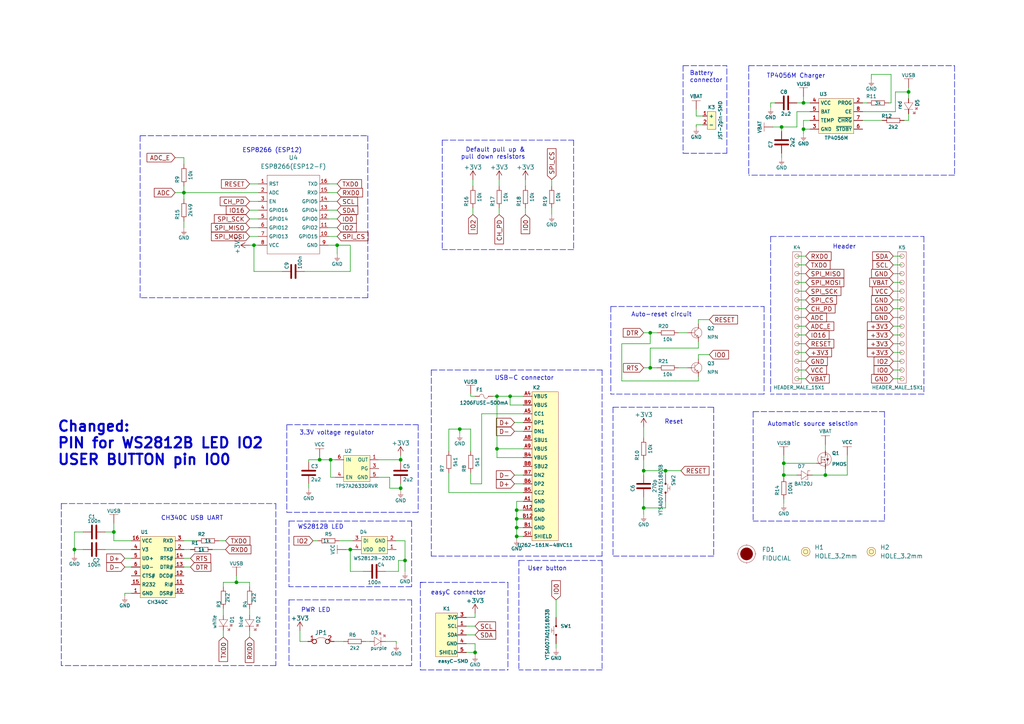
<source format=kicad_sch>
(kicad_sch (version 20211123) (generator eeschema)
  (paper "A4")
  (title_block (title "Dasduino CONNECT") (date "2021-07-16") (rev "V1.1.1.") (company "SOLDERED") (comment 1 "333034"))
  (lib_symbols
    (symbol "e-radionica.com schematics:0402LED" (pin_numbers hide) (pin_names (offset 0.254) hide)
      (property "Reference" "D" (at -0.635 2.54 0))
      (property "Value" "0402LED" (at 0 -2.54 0))
      (symbol "0402LED_1_1"
        (pin passive line (at -1.905 0 0) (length 1.27) (name "A") (number "1"))
        (pin passive line (at 2.54 0 180) (length 1.27) (name "K") (number "2"))
      )
    )
    (symbol "e-radionica.com schematics:0402LED_1" (pin_numbers hide) (pin_names (offset 0.254) hide)
      (property "Reference" "D" (at -0.635 2.54 0))
      (property "Value" "0402LED" (at 0 -2.54 0))
      (symbol "0402LED_1_1_1"
        (pin passive line (at -1.905 0 0) (length 1.27) (name "A") (number "1"))
        (pin passive line (at 2.54 0 180) (length 1.27) (name "K") (number "2"))
      )
    )
    (symbol "e-radionica.com schematics:0402LED_3" (pin_numbers hide) (pin_names (offset 0.254) hide)
      (property "Reference" "D" (at -0.635 2.54 0))
      (property "Value" "0402LED" (at 0 -2.54 0))
      (symbol "0402LED_3_1_1"
        (pin passive line (at -1.905 0 0) (length 1.27) (name "A") (number "1"))
        (pin passive line (at 2.54 0 180) (length 1.27) (name "K") (number "2"))
      )
    )
    (symbol "e-radionica.com schematics:0402R" (pin_numbers hide) (pin_names (offset 0.254))
      (property "Reference" "R" (at -1.905 1.27 0))
      (property "Value" "0402R" (at 0 -1.27 0))
      (symbol "0402R_1_1"
        (pin passive line (at -3.175 0 0) (length 1.27) (name "~") (number "1"))
        (pin passive line (at 3.175 0 180) (length 1.27) (name "~") (number "2"))
      )
    )
    (symbol "e-radionica.com schematics:0402R_1" (pin_numbers hide) (pin_names (offset 0.254))
      (property "Reference" "R" (at -1.905 1.27 0))
      (property "Value" "0402R" (at 0 -1.27 0))
      (symbol "0402R_1_1_1"
        (pin passive line (at -3.175 0 0) (length 1.27) (name "~") (number "1"))
        (pin passive line (at 3.175 0 180) (length 1.27) (name "~") (number "2"))
      )
    )
    (symbol "e-radionica.com schematics:0402R_2" (pin_numbers hide) (pin_names (offset 0.254))
      (property "Reference" "R" (at -1.905 1.27 0))
      (property "Value" "0402R" (at 0 -1.27 0))
      (symbol "0402R_2_1_1"
        (pin passive line (at -3.175 0 0) (length 1.27) (name "~") (number "1"))
        (pin passive line (at 3.175 0 180) (length 1.27) (name "~") (number "2"))
      )
    )
    (symbol "e-radionica.com schematics:0603C" (pin_numbers hide) (pin_names (offset 0.002))
      (property "Reference" "C" (at -0.635 3.175 0))
      (property "Value" "0603C" (at 0 -3.175 0))
      (symbol "0603C_1_1"
        (pin passive line (at -3.175 0 0) (length 2.54) (name "~") (number "1"))
        (pin passive line (at 3.175 0 180) (length 2.54) (name "~") (number "2"))
      )
    )
    (symbol "e-radionica.com schematics:0603C_3" (pin_numbers hide) (pin_names (offset 0.002))
      (property "Reference" "C" (at -0.635 3.175 0))
      (property "Value" "0603C" (at 0 -3.175 0))
      (symbol "0603C_3_1_1"
        (pin passive line (at -3.175 0 0) (length 2.54) (name "~") (number "1"))
        (pin passive line (at 3.175 0 180) (length 2.54) (name "~") (number "2"))
      )
    )
    (symbol "e-radionica.com schematics:0603C_4" (pin_numbers hide) (pin_names (offset 0.002))
      (property "Reference" "C" (at -0.635 3.175 0))
      (property "Value" "0603C" (at 0 -3.175 0))
      (symbol "0603C_4_1_1"
        (pin passive line (at -3.175 0 0) (length 2.54) (name "~") (number "1"))
        (pin passive line (at 3.175 0 180) (length 2.54) (name "~") (number "2"))
      )
    )
    (symbol "e-radionica.com schematics:0603C_5" (pin_numbers hide) (pin_names (offset 0.002))
      (property "Reference" "C" (at -0.635 3.175 0))
      (property "Value" "0603C" (at 0 -3.175 0))
      (symbol "0603C_5_1_1"
        (pin passive line (at -3.175 0 0) (length 2.54) (name "~") (number "1"))
        (pin passive line (at 3.175 0 180) (length 2.54) (name "~") (number "2"))
      )
    )
    (symbol "e-radionica.com schematics:0603R" (pin_numbers hide) (pin_names (offset 0.254))
      (property "Reference" "R" (at -1.905 1.905 0))
      (property "Value" "0603R" (at 0 -1.905 0))
      (symbol "0603R_1_1"
        (pin passive line (at -3.175 0 0) (length 1.27) (name "~") (number "1"))
        (pin passive line (at 3.175 0 180) (length 1.27) (name "~") (number "2"))
      )
    )
    (symbol "e-radionica.com schematics:0603R_1" (pin_numbers hide) (pin_names (offset 0.254))
      (property "Reference" "R" (at -1.905 1.905 0))
      (property "Value" "0603R" (at 0 -1.905 0))
      (symbol "0603R_1_1_1"
        (pin passive line (at -3.175 0 0) (length 1.27) (name "~") (number "1"))
        (pin passive line (at 3.175 0 180) (length 1.27) (name "~") (number "2"))
      )
    )
    (symbol "e-radionica.com schematics:0603R_2" (pin_numbers hide) (pin_names (offset 0.254))
      (property "Reference" "R" (at -1.905 1.905 0))
      (property "Value" "0603R" (at 0 -1.905 0))
      (symbol "0603R_2_1_1"
        (pin passive line (at -3.175 0 0) (length 1.27) (name "~") (number "1"))
        (pin passive line (at 3.175 0 180) (length 1.27) (name "~") (number "2"))
      )
    )
    (symbol "e-radionica.com schematics:0603R_3" (pin_numbers hide) (pin_names (offset 0.254))
      (property "Reference" "R" (at -1.905 1.905 0))
      (property "Value" "0603R" (at 0 -1.905 0))
      (symbol "0603R_3_1_1"
        (pin passive line (at -3.175 0 0) (length 1.27) (name "~") (number "1"))
        (pin passive line (at 3.175 0 180) (length 1.27) (name "~") (number "2"))
      )
    )
    (symbol "e-radionica.com schematics:0603R_4" (pin_numbers hide) (pin_names (offset 0.254))
      (property "Reference" "R" (at -1.905 1.905 0))
      (property "Value" "0603R" (at 0 -1.905 0))
      (symbol "0603R_4_1_1"
        (pin passive line (at -3.175 0 0) (length 1.27) (name "~") (number "1"))
        (pin passive line (at 3.175 0 180) (length 1.27) (name "~") (number "2"))
      )
    )
    (symbol "e-radionica.com schematics:0603R_5" (pin_numbers hide) (pin_names (offset 0.254))
      (property "Reference" "R" (at -1.905 1.905 0))
      (property "Value" "0603R" (at 0 -1.905 0))
      (symbol "0603R_5_1_1"
        (pin passive line (at -3.175 0 0) (length 1.27) (name "~") (number "1"))
        (pin passive line (at 3.175 0 180) (length 1.27) (name "~") (number "2"))
      )
    )
    (symbol "e-radionica.com schematics:1206FUSE" (pin_numbers hide) (pin_names hide)
      (property "Reference" "F" (at -1.27 1.905 0))
      (property "Value" "1206FUSE" (at 0 -1.905 0))
      (symbol "1206FUSE_1_1"
        (pin passive line (at -2.54 0 0) (length 1.27) (name "~") (number "1"))
        (pin passive line (at 2.54 0 180) (length 1.27) (name "~") (number "2"))
      )
    )
    (symbol "e-radionica.com schematics:BAT20J" (pin_numbers hide) (pin_names hide)
      (property "Reference" "D" (at 0 2.54 0))
      (property "Value" "BAT20J" (at 0 -2.54 0))
      (symbol "BAT20J_1_1"
        (pin passive line (at -1.905 0 0) (length 1.27) (name "A") (number "1"))
        (pin passive line (at 2.54 0 180) (length 1.27) (name "K") (number "2"))
      )
    )
    (symbol "e-radionica.com schematics:CH340C"
      (property "Reference" "U" (at -3.81 10.16 0))
      (property "Value" "CH340C" (at 0 -10.16 0))
      (symbol "CH340C_1_1"
        (pin passive line (at -7.62 -7.62 0) (length 2.54) (name "GND") (number "1"))
        (pin passive line (at 7.62 -7.62 180) (length 2.54) (name "DSR#") (number "10"))
        (pin passive line (at 7.62 -5.08 180) (length 2.54) (name "RI#") (number "11"))
        (pin passive line (at 7.62 -2.54 180) (length 2.54) (name "DCD#") (number "12"))
        (pin passive line (at 7.62 0 180) (length 2.54) (name "DTR#") (number "13"))
        (pin passive line (at 7.62 2.54 180) (length 2.54) (name "RTS#") (number "14"))
        (pin passive line (at -7.62 -5.08 0) (length 2.54) (name "R232") (number "15"))
        (pin passive line (at -7.62 7.62 0) (length 2.54) (name "VCC") (number "16"))
        (pin passive line (at 7.62 5.08 180) (length 2.54) (name "TXD") (number "2"))
        (pin passive line (at 7.62 7.62 180) (length 2.54) (name "RXD") (number "3"))
        (pin passive line (at -7.62 5.08 0) (length 2.54) (name "V3") (number "4"))
        (pin passive line (at -7.62 2.54 0) (length 2.54) (name "UD+") (number "5"))
        (pin passive line (at -7.62 0 0) (length 2.54) (name "UD-") (number "6"))
        (pin passive line (at -7.62 -2.54 0) (length 2.54) (name "CTS#") (number "9"))
      )
    )
    (symbol "e-radionica.com schematics:ESP8266(ESP12-F)"
      (property "Reference" "U" (at 0 12.7 0))
      (property "Value" "ESP8266(ESP12-F)" (at 0 -12.7 0))
      (symbol "ESP8266(ESP12-F)_1_1"
        (pin input line (at -10.16 8.89 0) (length 2.54) (name "RST") (number "1"))
        (pin input line (at 10.16 -6.35 180) (length 2.54) (name "GPIO15") (number "10"))
        (pin input line (at 10.16 -3.81 180) (length 2.54) (name "GPIO2") (number "11"))
        (pin input line (at 10.16 -1.27 180) (length 2.54) (name "GPIO0") (number "12"))
        (pin input line (at 10.16 1.27 180) (length 2.54) (name "GPIO4") (number "13"))
        (pin input line (at 10.16 3.81 180) (length 2.54) (name "GPIO5") (number "14"))
        (pin input line (at 10.16 6.35 180) (length 2.54) (name "RXD") (number "15"))
        (pin input line (at 10.16 8.89 180) (length 2.54) (name "TXD") (number "16"))
        (pin input line (at -10.16 6.35 0) (length 2.54) (name "ADC") (number "2"))
        (pin input line (at -10.16 3.81 0) (length 2.54) (name "EN") (number "3"))
        (pin input line (at -10.16 1.27 0) (length 2.54) (name "GPIO16") (number "4"))
        (pin input line (at -10.16 -1.27 0) (length 2.54) (name "GPIO14") (number "5"))
        (pin input line (at -10.16 -3.81 0) (length 2.54) (name "GPIO12") (number "6"))
        (pin input line (at -10.16 -6.35 0) (length 2.54) (name "GPIO13") (number "7"))
        (pin input line (at -10.16 -8.89 0) (length 2.54) (name "VCC") (number "8"))
        (pin input line (at 10.16 -8.89 180) (length 2.54) (name "GND") (number "9"))
      )
    )
    (symbol "e-radionica.com schematics:FIDUCIAL" (in_bom no)
      (property "Reference" "FD" (at 0 3.81 0))
      (property "Value" "FIDUCIAL" (at 0 -3.81 0))
    )
    (symbol "e-radionica.com schematics:GND" (power) (pin_names (offset 0))
      (property "Value" "GND" (at 0 -2.921 0))
      (symbol "GND_1_1"
        (pin power_in line (at 0 0 270) (length 0) hide (name "GND") (number "1"))
      )
    )
    (symbol "e-radionica.com schematics:GND_1" (power) (pin_names (offset 0))
      (property "Value" "GND" (at 0 -2.921 0))
      (symbol "GND_1_1_1"
        (pin power_in line (at 0 0 270) (length 0) hide (name "GND") (number "1"))
      )
    )
    (symbol "e-radionica.com schematics:GND_2" (power) (pin_names (offset 0))
      (property "Value" "GND" (at 0 -2.921 0))
      (symbol "GND_2_1_1"
        (pin power_in line (at 0 0 270) (length 0) hide (name "GND") (number "1"))
      )
    )
    (symbol "e-radionica.com schematics:GND_3" (power) (pin_names (offset 0))
      (property "Value" "GND" (at 0 -2.921 0))
      (symbol "GND_3_1_1"
        (pin power_in line (at 0 0 270) (length 0) hide (name "GND") (number "1"))
      )
    )
    (symbol "e-radionica.com schematics:GND_4" (power) (pin_names (offset 0))
      (property "Value" "GND" (at 0 -2.921 0))
      (symbol "GND_4_1_1"
        (pin power_in line (at 0 0 270) (length 0) hide (name "GND") (number "1"))
      )
    )
    (symbol "e-radionica.com schematics:GND_5" (power) (pin_names (offset 0))
      (property "Value" "GND" (at 0 -2.921 0))
      (symbol "GND_5_1_1"
        (pin power_in line (at 0 0 270) (length 0) hide (name "GND") (number "1"))
      )
    )
    (symbol "e-radionica.com schematics:GND_7" (power) (pin_names (offset 0))
      (property "Value" "GND" (at 0 -2.921 0))
      (symbol "GND_7_1_1"
        (pin power_in line (at 0 0 270) (length 0) hide (name "GND") (number "1"))
      )
    )
    (symbol "e-radionica.com schematics:GND_8" (power) (pin_names (offset 0))
      (property "Value" "GND" (at 0 -2.921 0))
      (symbol "GND_8_1_1"
        (pin power_in line (at 0 0 270) (length 0) hide (name "GND") (number "1"))
      )
    )
    (symbol "e-radionica.com schematics:HEADER_MALE_15X1" (pin_numbers hide) (pin_names hide)
      (property "Reference" "K" (at -0.635 20.32 0))
      (property "Value" "HEADER_MALE_15X1" (at 1.27 -20.32 0))
      (symbol "HEADER_MALE_15X1_1_1"
        (pin passive line (at 0 -17.78 180) (length 0) (name "~") (number "1"))
        (pin passive line (at 0 5.08 180) (length 0) (name "~") (number "10"))
        (pin passive line (at 0 7.62 180) (length 0) (name "~") (number "11"))
        (pin passive line (at 0 10.16 180) (length 0) (name "~") (number "12"))
        (pin passive line (at 0 12.7 180) (length 0) (name "~") (number "13"))
        (pin passive line (at 0 15.24 180) (length 0) (name "~") (number "14"))
        (pin passive line (at 0 17.78 180) (length 0) (name "~") (number "15"))
        (pin passive line (at 0 -15.24 180) (length 0) (name "~") (number "2"))
        (pin passive line (at 0 -12.7 180) (length 0) (name "~") (number "3"))
        (pin passive line (at 0 -10.16 180) (length 0) (name "~") (number "4"))
        (pin passive line (at 0 -7.62 180) (length 0) (name "~") (number "5"))
        (pin passive line (at 0 -5.08 180) (length 0) (name "~") (number "6"))
        (pin passive line (at 0 -2.54 180) (length 0) (name "~") (number "7"))
        (pin passive line (at 0 0 180) (length 0) (name "~") (number "8"))
        (pin passive line (at 0 2.54 180) (length 0) (name "~") (number "9"))
      )
    )
    (symbol "e-radionica.com schematics:HOLE_3.2mm" (pin_numbers hide) (pin_names hide)
      (property "Reference" "H" (at 0 2.54 0))
      (property "Value" "HOLE_3.2mm" (at 0 -2.54 0))
    )
    (symbol "e-radionica.com schematics:JST-2pin-SMD"
      (property "Reference" "K" (at -1.27 5.08 0))
      (property "Value" "JST-2pin-SMD" (at 0 -2.54 0))
      (symbol "JST-2pin-SMD_1_1"
        (pin passive line (at 1.27 0 180) (length 1.27) (name "+") (number "1"))
        (pin passive line (at 1.27 2.54 180) (length 1.27) (name "-") (number "2"))
      )
    )
    (symbol "e-radionica.com schematics:NPN-SOT-23-3" (pin_numbers hide) (pin_names hide)
      (property "Reference" "Q" (at -2.286 2.921 0))
      (property "Value" "NPN-SOT-23-3" (at 0 -3.81 0))
      (symbol "NPN-SOT-23-3_1_1"
        (pin passive line (at -3.175 0 0) (length 1.27) (name "B") (number "1"))
        (pin passive line (at 0 -2.54 90) (length 1.27) (name "E") (number "2"))
        (pin passive line (at 0 2.54 270) (length 1.27) (name "C") (number "3"))
      )
    )
    (symbol "e-radionica.com schematics:PMOS-SOT-23-3" (pin_numbers hide) (pin_names hide)
      (property "Reference" "Q" (at -0.762 3.302 0))
      (property "Value" "PMOS-SOT-23-3" (at 0.381 -4.064 0))
      (symbol "PMOS-SOT-23-3_1_1"
        (pin passive line (at -1.27 -1.016 0) (length 1.27) (name "G") (number "1"))
        (pin passive line (at 1.27 -2.54 90) (length 1.27) (name "S") (number "2"))
        (pin passive line (at 1.27 2.54 270) (length 1.27) (name "D") (number "3"))
      )
    )
    (symbol "e-radionica.com schematics:SMD-JUMPER-CONNECTED_TRACE_SLODERMASK"
      (property "Reference" "JP" (at 0 3.556 0))
      (property "Value" "SMD-JUMPER-CONNECTED_TRACE_SLODERMASK" (at 0 -2.54 0))
      (symbol "SMD-JUMPER-CONNECTED_TRACE_SLODERMASK_1_1"
        (pin passive inverted (at -4.064 0 0) (length 2.54) (name "") (number "1"))
        (pin passive inverted (at 3.556 0 180) (length 2.54) (name "") (number "2"))
      )
    )
    (symbol "e-radionica.com schematics:TP4056M"
      (property "Reference" "U" (at -3.81 5.08 0))
      (property "Value" "TP4056M" (at 0 -7.62 0))
      (symbol "TP4056M_1_1"
        (pin passive line (at -7.62 -2.54 0) (length 2.54) (name "TEMP") (number "1"))
        (pin passive line (at 7.62 2.54 180) (length 2.54) (name "PROG") (number "2"))
        (pin passive line (at -7.62 -5.08 0) (length 2.54) (name "GND") (number "3"))
        (pin passive line (at -7.62 2.54 0) (length 2.54) (name "VCC") (number "4"))
        (pin passive line (at -7.62 0 0) (length 2.54) (name "BAT") (number "5"))
        (pin passive line (at 7.62 -5.08 180) (length 2.54) (name "~{STDBY}") (number "6"))
        (pin passive line (at 7.62 -2.54 180) (length 2.54) (name "~{CHRG}") (number "7"))
        (pin passive line (at 7.62 0 180) (length 2.54) (name "CE") (number "8"))
      )
    )
    (symbol "e-radionica.com schematics:TPS7A2633DRVR"
      (property "Reference" "U" (at -3.175 5.08 0))
      (property "Value" "TPS7A2633DRVR" (at 0 -5.08 0))
      (symbol "TPS7A2633DRVR_1_1"
        (pin passive line (at 6.35 2.54 180) (length 2.54) (name "OUT") (number "1"))
        (pin passive line (at 6.35 0 180) (length 2.54) (name "PG") (number "3"))
        (pin passive line (at -6.35 -2.54 0) (length 2.54) (name "EN") (number "4"))
        (pin passive line (at 6.35 -2.54 180) (length 2.54) (name "GND") (number "5"))
        (pin passive line (at -6.35 2.54 0) (length 2.54) (name "IN") (number "6"))
      )
    )
    (symbol "e-radionica.com schematics:U262-161N-4BVC11"
      (property "Reference" "K" (at 0 22.86 0))
      (property "Value" "U262-161N-4BVC11" (at 2.54 -22.86 0))
      (symbol "U262-161N-4BVC11_1_1"
        (pin passive line (at -3.81 -10.16 0) (length 2.54) (name "GND") (number "A1"))
        (pin passive line (at -3.81 -12.7 0) (length 2.54) (name "GND") (number "A12"))
        (pin passive line (at -3.81 20.32 0) (length 2.54) (name "VBUS") (number "A4"))
        (pin passive line (at -3.81 15.24 0) (length 2.54) (name "CC1") (number "A5"))
        (pin passive line (at -3.81 12.7 0) (length 2.54) (name "DP1") (number "A6"))
        (pin passive line (at -3.81 10.16 0) (length 2.54) (name "DN1") (number "A7"))
        (pin passive line (at -3.81 7.62 0) (length 2.54) (name "SBU1") (number "A8"))
        (pin passive line (at -3.81 5.08 0) (length 2.54) (name "VBUS") (number "A9"))
        (pin passive line (at -3.81 -17.78 0) (length 2.54) (name "GND") (number "B1"))
        (pin passive line (at -3.81 -15.24 0) (length 2.54) (name "GND") (number "B12"))
        (pin passive line (at -3.81 2.54 0) (length 2.54) (name "VBUS") (number "B4"))
        (pin passive line (at -3.81 -7.62 0) (length 2.54) (name "CC2") (number "B5"))
        (pin passive line (at -3.81 -5.08 0) (length 2.54) (name "DP2") (number "B6"))
        (pin passive line (at -3.81 -2.54 0) (length 2.54) (name "DN2") (number "B7"))
        (pin passive line (at -3.81 0 0) (length 2.54) (name "SBU2") (number "B8"))
        (pin passive line (at -3.81 17.78 0) (length 2.54) (name "VBUS") (number "B9"))
        (pin passive line (at -3.81 -20.32 0) (length 2.54) (name "SHIELD") (number "SH"))
      )
    )
    (symbol "e-radionica.com schematics:VBAT" (power) (pin_names (offset 0))
      (property "Value" "VBAT" (at 0 3.556 0))
      (symbol "VBAT_1_1"
        (pin power_in line (at 0 0 90) (length 0) hide (name "VBAT") (number "1"))
      )
    )
    (symbol "e-radionica.com schematics:VCC" (power) (pin_names (offset 0))
      (property "Value" "VCC" (at 0 3.556 0))
      (symbol "VCC_1_1"
        (pin power_in line (at 0 0 90) (length 0) hide (name "VCC") (number "1"))
      )
    )
    (symbol "e-radionica.com schematics:VUSB" (power) (pin_names (offset 0))
      (property "Value" "VUSB" (at 0 3.556 0))
      (symbol "VUSB_1_1"
        (pin power_in line (at 0 0 90) (length 0) hide (name "VUSB") (number "1"))
      )
    )
    (symbol "e-radionica.com schematics:VUSB_1" (power) (pin_names (offset 0))
      (property "Value" "VUSB" (at 0 3.556 0))
      (symbol "VUSB_1_1_1"
        (pin power_in line (at 0 0 90) (length 0) hide (name "VUSB") (number "1"))
      )
    )
    (symbol "e-radionica.com schematics:VUSB_2" (power) (pin_names (offset 0))
      (property "Value" "VUSB" (at 0 3.556 0))
      (symbol "VUSB_2_1_1"
        (pin power_in line (at 0 0 90) (length 0) hide (name "VUSB") (number "1"))
      )
    )
    (symbol "e-radionica.com schematics:VUSB_3" (power) (pin_names (offset 0))
      (property "Value" "VUSB" (at 0 3.556 0))
      (symbol "VUSB_3_1_1"
        (pin power_in line (at 0 0 90) (length 0) hide (name "VUSB") (number "1"))
      )
    )
    (symbol "e-radionica.com schematics:VUSB_4" (power) (pin_names (offset 0))
      (property "Value" "VUSB" (at 0 3.556 0))
      (symbol "VUSB_4_1_1"
        (pin power_in line (at 0 0 90) (length 0) hide (name "VUSB") (number "1"))
      )
    )
    (symbol "e-radionica.com schematics:WS2812B-2020"
      (property "Reference" "D" (at -2.54 3.81 0))
      (property "Value" "WS2812B-2020" (at 0 -3.81 0))
      (symbol "WS2812B-2020_1_1"
        (pin passive line (at 6.35 -1.27 180) (length 2.54) (name "DO") (number "1"))
        (pin passive line (at 6.35 1.27 180) (length 2.54) (name "GND") (number "2"))
        (pin passive line (at -6.35 1.27 0) (length 2.54) (name "DI") (number "3"))
        (pin passive line (at -6.35 -1.27 0) (length 2.54) (name "VDD") (number "4"))
      )
    )
    (symbol "e-radionica.com schematics:YTSA007A0151803B" (pin_numbers hide) (pin_names hide)
      (property "Reference" "SW" (at -1.016 2.286 0))
      (property "Value" "YTSA007A0151803B" (at 1.778 -2.032 0))
      (symbol "YTSA007A0151803B_1_1"
        (pin passive line (at -2.54 0 0) (length 2.54) (name "~") (number "1"))
        (pin passive line (at 5.08 0 180) (length 2.54) (name "~") (number "2"))
      )
    )
    (symbol "e-radionica.com schematics:easyC-SMD" (pin_names (offset 0.002))
      (property "Reference" "K" (at -2.54 10.16 0))
      (property "Value" "easyC-SMD" (at 0 -5.08 0))
      (symbol "easyC-SMD_1_1"
        (pin passive line (at 5.715 5.08 180) (length 2.54) (name "SCL") (number "1"))
        (pin passive line (at 5.715 2.54 180) (length 2.54) (name "SDA") (number "2"))
        (pin passive line (at 5.715 7.62 180) (length 2.54) (name "3V3") (number "3"))
        (pin passive line (at 5.715 0 180) (length 2.54) (name "GND") (number "4"))
        (pin passive line (at 5.715 -2.54 180) (length 2.54) (name "SHIELD") (number "5"))
      )
    )
    (symbol "power:+3V3" (power) (pin_names (offset 0))
      (property "Value" "+3V3" (at 0 3.556 0))
      (symbol "+3V3_1_1"
        (pin power_in line (at 0 0 90) (length 0) hide (name "+3V3") (number "1"))
      )
    )
  )
  (junction (at 117.475 162.56) (diameter 0.9144))
  (junction (at 227.33 137.795) (diameter 0.9144))
  (junction (at 133.35 124.46) (diameter 0.9144))
  (junction (at 101.6 159.385) (diameter 0.9144))
  (junction (at 92.71 133.35) (diameter 0.9144))
  (junction (at 33.02 154.305) (diameter 0.9144))
  (junction (at 21.59 159.385) (diameter 0.9144))
  (junction (at 149.86 153.035) (diameter 0.9144))
  (junction (at 137.795 189.23) (diameter 0.9144))
  (junction (at 193.04 136.525) (diameter 0.9144))
  (junction (at 116.205 133.35) (diameter 0.9144))
  (junction (at 116.205 141.605) (diameter 0.9144))
  (junction (at 186.69 147.32) (diameter 0.9144))
  (junction (at 188.595 106.68) (diameter 0.9144))
  (junction (at 147.955 114.935) (diameter 0.9144))
  (junction (at 233.045 37.465) (diameter 0.9144))
  (junction (at 149.86 147.955) (diameter 0.9144))
  (junction (at 97.79 71.12) (diameter 0.9144))
  (junction (at 226.695 36.83) (diameter 0.9144))
  (junction (at 68.58 168.91) (diameter 0.9144))
  (junction (at 73.66 71.12) (diameter 0.9144))
  (junction (at 144.145 130.175) (diameter 0.9144))
  (junction (at 186.69 136.525) (diameter 0.9144))
  (junction (at 95.885 133.35) (diameter 0.9144))
  (junction (at 149.86 150.495) (diameter 0.9144))
  (junction (at 149.86 155.575) (diameter 0.9144))
  (junction (at 227.33 134.366) (diameter 0.9144))
  (junction (at 144.145 114.935) (diameter 0.9144))
  (junction (at 263.525 26.67) (diameter 0.9144))
  (junction (at 239.395 137.795) (diameter 0.9144))
  (junction (at 233.045 29.845) (diameter 0.9144))
  (junction (at 188.595 96.52) (diameter 0.9144))
  (junction (at 53.34 55.88) (diameter 0.9144))
  (polyline (pts (xy 256.54 119.38) (xy 256.54 151.13)) (stroke (width 0) (type dash)))
  (wire (pts (xy 149.86 155.575) (xy 149.86 156.21)))
  (wire (pts (xy 96.901 186.055) (xy 99.695 186.055)))
  (polyline (pts (xy 218.44 119.38) (xy 218.44 151.13)) (stroke (width 0) (type dash)))
  (wire (pts (xy 188.595 106.68) (xy 190.5 106.68)))
  (wire (pts (xy 202.565 92.71) (xy 205.74 92.71)))
  (wire (pts (xy 234.95 37.465) (xy 233.045 37.465)))
  (polyline (pts (xy 17.78 146.05) (xy 17.78 193.04)) (stroke (width 0) (type dash)))
  (polyline (pts (xy 221.615 114.3) (xy 177.165 114.3)) (stroke (width 0) (type dash)))
  (wire (pts (xy 136.525 140.335) (xy 139.7 140.335)))
  (wire (pts (xy 116.205 132.08) (xy 116.205 133.35)))
  (wire (pts (xy 24.13 159.385) (xy 21.59 159.385)))
  (wire (pts (xy 64.77 182.88) (xy 64.77 184.785)))
  (wire (pts (xy 105.41 165.735) (xy 101.6 165.735)))
  (wire (pts (xy 149.86 145.415) (xy 149.86 147.955)))
  (wire (pts (xy 36.195 172.085) (xy 36.195 172.72)))
  (wire (pts (xy 203.835 33.655) (xy 201.93 33.655)))
  (wire (pts (xy 142.875 114.935) (xy 144.145 114.935)))
  (wire (pts (xy 64.77 176.53) (xy 64.77 178.435)))
  (wire (pts (xy 139.7 140.335) (xy 139.7 120.015)))
  (wire (pts (xy 234.95 32.385) (xy 231.14 32.385)))
  (polyline (pts (xy 147.32 168.91) (xy 147.32 194.31)) (stroke (width 0) (type dash)))
  (wire (pts (xy 201.93 33.655) (xy 201.93 31.75)))
  (polyline (pts (xy 166.37 40.64) (xy 166.37 72.39)) (stroke (width 0) (type dash)))
  (wire (pts (xy 259.08 102.235) (xy 261.62 102.235)))
  (wire (pts (xy 72.39 53.34) (xy 74.93 53.34)))
  (wire (pts (xy 30.48 159.385) (xy 38.1 159.385)))
  (wire (pts (xy 263.525 26.67) (xy 263.525 28.575)))
  (polyline (pts (xy 217.17 19.05) (xy 276.86 19.05)) (stroke (width 0) (type dash)))
  (wire (pts (xy 50.8 45.72) (xy 53.34 45.72)))
  (polyline (pts (xy 198.12 19.05) (xy 198.12 44.45)) (stroke (width 0) (type dash)))
  (wire (pts (xy 64.77 170.18) (xy 64.77 168.91)))
  (polyline (pts (xy 83.185 123.19) (xy 83.185 148.59)) (stroke (width 0) (type dash)))
  (wire (pts (xy 259.08 94.615) (xy 261.62 94.615)))
  (wire (pts (xy 233.045 37.465) (xy 233.045 38.735)))
  (wire (pts (xy 116.205 133.35) (xy 116.205 133.985)))
  (polyline (pts (xy 83.82 173.99) (xy 83.82 193.04)) (stroke (width 0) (type dash)))
  (wire (pts (xy 226.695 36.83) (xy 231.14 36.83)))
  (wire (pts (xy 95.25 58.42) (xy 97.79 58.42)))
  (wire (pts (xy 21.59 159.385) (xy 21.59 160.655)))
  (wire (pts (xy 193.04 136.525) (xy 197.485 136.525)))
  (wire (pts (xy 144.145 130.175) (xy 151.765 130.175)))
  (wire (pts (xy 196.85 106.68) (xy 199.39 106.68)))
  (wire (pts (xy 149.225 125.095) (xy 151.765 125.095)))
  (wire (pts (xy 72.39 176.53) (xy 72.39 178.435)))
  (wire (pts (xy 259.08 104.775) (xy 261.62 104.775)))
  (wire (pts (xy 202.565 109.22) (xy 202.565 110.49)))
  (wire (pts (xy 72.39 68.58) (xy 74.93 68.58)))
  (wire (pts (xy 136.525 124.46) (xy 136.525 130.81)))
  (wire (pts (xy 135.255 184.15) (xy 137.795 184.15)))
  (wire (pts (xy 231.14 84.455) (xy 233.68 84.455)))
  (wire (pts (xy 186.69 144.145) (xy 186.69 147.32)))
  (wire (pts (xy 53.34 161.925) (xy 55.245 161.925)))
  (wire (pts (xy 114.935 156.845) (xy 117.475 156.845)))
  (polyline (pts (xy 174.625 194.31) (xy 150.495 194.31)) (stroke (width 0) (type dash)))
  (wire (pts (xy 33.02 154.305) (xy 33.02 151.765)))
  (wire (pts (xy 135.255 181.61) (xy 137.795 181.61)))
  (wire (pts (xy 231.14 99.695) (xy 233.68 99.695)))
  (wire (pts (xy 53.34 53.975) (xy 53.34 55.88)))
  (wire (pts (xy 53.34 55.88) (xy 53.34 57.785)))
  (wire (pts (xy 90.805 156.845) (xy 92.075 156.845)))
  (polyline (pts (xy 223.52 68.58) (xy 267.97 68.58)) (stroke (width 0) (type dash)))
  (wire (pts (xy 186.69 136.525) (xy 193.04 136.525)))
  (wire (pts (xy 95.25 71.12) (xy 97.79 71.12)))
  (wire (pts (xy 97.79 71.12) (xy 97.79 73.66)))
  (wire (pts (xy 73.66 78.74) (xy 73.66 71.12)))
  (wire (pts (xy 81.915 78.74) (xy 73.66 78.74)))
  (wire (pts (xy 152.4 52.07) (xy 152.4 53.975)))
  (wire (pts (xy 137.16 60.325) (xy 137.16 62.23)))
  (wire (pts (xy 259.08 79.375) (xy 261.62 79.375)))
  (polyline (pts (xy 177.165 88.9) (xy 221.615 88.9)) (stroke (width 0) (type dash)))
  (wire (pts (xy 227.33 144.78) (xy 227.33 146.05)))
  (wire (pts (xy 186.69 147.32) (xy 193.04 147.32)))
  (wire (pts (xy 235.585 137.795) (xy 239.395 137.795)))
  (wire (pts (xy 250.19 29.845) (xy 251.46 29.845)))
  (wire (pts (xy 137.795 179.07) (xy 137.795 177.8)))
  (wire (pts (xy 231.14 102.235) (xy 233.68 102.235)))
  (wire (pts (xy 38.1 156.845) (xy 33.02 156.845)))
  (wire (pts (xy 226.695 44.45) (xy 226.695 45.72)))
  (wire (pts (xy 259.715 26.67) (xy 263.525 26.67)))
  (wire (pts (xy 115.57 165.735) (xy 115.57 162.56)))
  (wire (pts (xy 95.885 133.35) (xy 92.71 133.35)))
  (wire (pts (xy 72.39 66.04) (xy 74.93 66.04)))
  (wire (pts (xy 68.58 167.005) (xy 68.58 168.91)))
  (wire (pts (xy 136.525 137.16) (xy 136.525 140.335)))
  (wire (pts (xy 144.145 130.175) (xy 144.145 114.935)))
  (wire (pts (xy 180.34 99.695) (xy 188.595 99.695)))
  (wire (pts (xy 227.33 134.366) (xy 236.855 134.366)))
  (wire (pts (xy 186.69 136.525) (xy 186.69 137.795)))
  (wire (pts (xy 113.03 141.605) (xy 116.205 141.605)))
  (wire (pts (xy 202.565 93.98) (xy 202.565 92.71)))
  (wire (pts (xy 160.02 60.325) (xy 160.02 62.23)))
  (wire (pts (xy 231.14 86.995) (xy 233.68 86.995)))
  (wire (pts (xy 202.565 99.06) (xy 202.565 100.965)))
  (wire (pts (xy 250.19 34.925) (xy 255.905 34.925)))
  (wire (pts (xy 203.835 36.195) (xy 201.93 36.195)))
  (wire (pts (xy 98.425 156.845) (xy 102.235 156.845)))
  (polyline (pts (xy 80.01 146.05) (xy 80.01 193.04)) (stroke (width 0) (type dash)))
  (wire (pts (xy 258.445 29.845) (xy 258.445 21.59)))
  (wire (pts (xy 72.39 168.91) (xy 68.58 168.91)))
  (wire (pts (xy 239.395 137.795) (xy 239.395 135.89)))
  (wire (pts (xy 97.155 138.43) (xy 95.885 138.43)))
  (wire (pts (xy 33.02 156.845) (xy 33.02 154.305)))
  (wire (pts (xy 53.34 64.135) (xy 53.34 66.04)))
  (wire (pts (xy 149.86 147.955) (xy 149.86 150.495)))
  (wire (pts (xy 95.885 138.43) (xy 95.885 133.35)))
  (wire (pts (xy 135.255 186.69) (xy 137.795 186.69)))
  (wire (pts (xy 24.13 154.305) (xy 21.59 154.305)))
  (wire (pts (xy 116.205 140.335) (xy 116.205 141.605)))
  (wire (pts (xy 180.34 110.49) (xy 180.34 99.695)))
  (wire (pts (xy 130.175 124.46) (xy 133.35 124.46)))
  (wire (pts (xy 223.52 29.845) (xy 223.52 31.115)))
  (wire (pts (xy 231.14 79.375) (xy 233.68 79.375)))
  (wire (pts (xy 101.6 165.735) (xy 101.6 159.385)))
  (wire (pts (xy 202.565 110.49) (xy 180.34 110.49)))
  (wire (pts (xy 161.29 186.69) (xy 161.29 187.96)))
  (wire (pts (xy 250.19 32.385) (xy 259.715 32.385)))
  (polyline (pts (xy 119.38 193.04) (xy 83.82 193.04)) (stroke (width 0) (type dash)))
  (wire (pts (xy 36.195 161.925) (xy 38.1 161.925)))
  (wire (pts (xy 149.86 150.495) (xy 151.765 150.495)))
  (wire (pts (xy 193.04 145.415) (xy 193.04 147.32)))
  (wire (pts (xy 114.935 186.055) (xy 114.935 186.69)))
  (polyline (pts (xy 83.82 173.99) (xy 119.38 173.99)) (stroke (width 0) (type dash)))
  (wire (pts (xy 53.34 55.88) (xy 74.93 55.88)))
  (wire (pts (xy 149.86 147.955) (xy 151.765 147.955)))
  (wire (pts (xy 231.14 32.385) (xy 231.14 36.83)))
  (wire (pts (xy 72.39 182.88) (xy 72.39 184.785)))
  (wire (pts (xy 245.745 132.08) (xy 245.745 137.795)))
  (polyline (pts (xy 40.64 39.37) (xy 40.64 86.36)) (stroke (width 0) (type dash)))
  (wire (pts (xy 95.25 68.58) (xy 97.79 68.58)))
  (wire (pts (xy 263.525 25.4) (xy 263.525 26.67)))
  (wire (pts (xy 115.57 162.56) (xy 117.475 162.56)))
  (wire (pts (xy 147.955 114.935) (xy 151.765 114.935)))
  (wire (pts (xy 95.25 60.96) (xy 97.79 60.96)))
  (wire (pts (xy 149.86 150.495) (xy 149.86 153.035)))
  (wire (pts (xy 263.525 34.925) (xy 263.525 33.02)))
  (wire (pts (xy 137.795 189.23) (xy 137.795 189.865)))
  (wire (pts (xy 144.78 52.07) (xy 144.78 53.975)))
  (polyline (pts (xy 121.285 123.19) (xy 121.285 148.59)) (stroke (width 0) (type dash)))
  (polyline (pts (xy 121.285 148.59) (xy 83.185 148.59)) (stroke (width 0) (type dash)))
  (wire (pts (xy 89.535 133.985) (xy 89.535 133.35)))
  (wire (pts (xy 239.395 137.795) (xy 245.745 137.795)))
  (wire (pts (xy 201.93 36.195) (xy 201.93 36.83)))
  (wire (pts (xy 151.765 132.715) (xy 144.145 132.715)))
  (wire (pts (xy 137.795 114.935) (xy 136.525 114.935)))
  (wire (pts (xy 227.33 137.795) (xy 231.14 137.795)))
  (wire (pts (xy 95.25 53.34) (xy 97.79 53.34)))
  (polyline (pts (xy 174.625 107.315) (xy 174.625 161.29)) (stroke (width 0) (type dash)))
  (wire (pts (xy 111.76 165.735) (xy 115.57 165.735)))
  (wire (pts (xy 89.535 140.335) (xy 89.535 141.605)))
  (polyline (pts (xy 177.8 118.11) (xy 177.8 161.29)) (stroke (width 0) (type dash)))
  (polyline (pts (xy 177.8 118.11) (xy 207.01 118.11)) (stroke (width 0) (type dash)))
  (polyline (pts (xy 207.01 118.11) (xy 207.01 161.29)) (stroke (width 0) (type dash)))
  (polyline (pts (xy 207.01 161.29) (xy 177.8 161.29)) (stroke (width 0) (type dash)))
  (polyline (pts (xy 119.38 173.99) (xy 119.38 193.04)) (stroke (width 0) (type dash)))
  (wire (pts (xy 135.255 179.07) (xy 137.795 179.07)))
  (wire (pts (xy 53.34 159.385) (xy 55.245 159.385)))
  (polyline (pts (xy 174.625 161.29) (xy 125.095 161.29)) (stroke (width 0) (type dash)))
  (polyline (pts (xy 125.095 107.315) (xy 125.095 161.29)) (stroke (width 0) (type dash)))
  (wire (pts (xy 259.08 86.995) (xy 261.62 86.995)))
  (wire (pts (xy 257.81 29.845) (xy 258.445 29.845)))
  (polyline (pts (xy 166.37 72.39) (xy 128.27 72.39)) (stroke (width 0) (type dash)))
  (wire (pts (xy 137.795 186.69) (xy 137.795 189.23)))
  (wire (pts (xy 152.4 60.325) (xy 152.4 62.23)))
  (wire (pts (xy 53.34 47.625) (xy 53.34 45.72)))
  (wire (pts (xy 231.14 89.535) (xy 233.68 89.535)))
  (polyline (pts (xy 125.095 107.315) (xy 174.625 107.315)) (stroke (width 0) (type dash)))
  (polyline (pts (xy 221.615 88.9) (xy 221.615 114.3)) (stroke (width 0) (type dash)))
  (polyline (pts (xy 198.12 44.45) (xy 210.82 44.45)) (stroke (width 0) (type dash)))
  (wire (pts (xy 193.04 136.525) (xy 193.04 137.795)))
  (polyline (pts (xy 150.495 162.56) (xy 174.625 162.56)) (stroke (width 0) (type dash)))
  (wire (pts (xy 227.33 132.08) (xy 227.33 134.366)))
  (wire (pts (xy 231.14 81.915) (xy 233.68 81.915)))
  (wire (pts (xy 101.6 159.385) (xy 102.235 159.385)))
  (polyline (pts (xy 267.97 114.3) (xy 223.52 114.3)) (stroke (width 0) (type dash)))
  (polyline (pts (xy 210.82 44.45) (xy 210.82 19.05)) (stroke (width 0) (type dash)))
  (wire (pts (xy 202.565 100.965) (xy 188.595 100.965)))
  (wire (pts (xy 149.225 140.335) (xy 151.765 140.335)))
  (wire (pts (xy 53.34 156.845) (xy 57.15 156.845)))
  (wire (pts (xy 231.14 92.075) (xy 233.68 92.075)))
  (wire (pts (xy 144.145 130.175) (xy 144.145 132.715)))
  (polyline (pts (xy 83.82 151.13) (xy 83.82 170.18)) (stroke (width 0) (type dash)))
  (wire (pts (xy 133.35 124.46) (xy 136.525 124.46)))
  (polyline (pts (xy 217.17 19.05) (xy 217.17 50.8)) (stroke (width 0) (type dash)))
  (wire (pts (xy 64.77 168.91) (xy 68.58 168.91)))
  (wire (pts (xy 117.475 162.56) (xy 117.475 165.735)))
  (wire (pts (xy 252.73 21.59) (xy 252.73 22.86)))
  (wire (pts (xy 137.16 52.07) (xy 137.16 53.975)))
  (wire (pts (xy 133.35 124.46) (xy 133.35 125.73)))
  (wire (pts (xy 151.765 117.475) (xy 147.955 117.475)))
  (polyline (pts (xy 121.92 194.31) (xy 147.32 194.31)) (stroke (width 0) (type dash)))
  (wire (pts (xy 95.25 66.04) (xy 97.79 66.04)))
  (wire (pts (xy 88.265 78.74) (xy 101.6 78.74)))
  (wire (pts (xy 101.6 71.12) (xy 97.79 71.12)))
  (wire (pts (xy 101.6 78.74) (xy 101.6 71.12)))
  (wire (pts (xy 233.045 29.845) (xy 233.045 27.94)))
  (wire (pts (xy 188.595 99.695) (xy 188.595 96.52)))
  (wire (pts (xy 233.045 34.925) (xy 233.045 37.465)))
  (polyline (pts (xy 177.165 88.9) (xy 177.165 114.3)) (stroke (width 0) (type dash)))
  (wire (pts (xy 86.995 186.055) (xy 86.995 182.88)))
  (wire (pts (xy 89.281 186.055) (xy 86.995 186.055)))
  (wire (pts (xy 139.7 120.015) (xy 151.765 120.015)))
  (polyline (pts (xy 106.68 86.36) (xy 40.64 86.36)) (stroke (width 0) (type dash)))
  (polyline (pts (xy 128.27 40.64) (xy 166.37 40.64)) (stroke (width 0) (type dash)))
  (wire (pts (xy 186.69 96.52) (xy 188.595 96.52)))
  (polyline (pts (xy 80.01 193.04) (xy 17.78 193.04)) (stroke (width 0) (type dash)))
  (wire (pts (xy 135.255 189.23) (xy 137.795 189.23)))
  (polyline (pts (xy 150.495 162.56) (xy 150.495 194.31)) (stroke (width 0) (type dash)))
  (wire (pts (xy 149.225 137.795) (xy 151.765 137.795)))
  (wire (pts (xy 234.95 29.845) (xy 233.045 29.845)))
  (polyline (pts (xy 119.38 151.13) (xy 119.38 170.18)) (stroke (width 0) (type dash)))
  (wire (pts (xy 262.255 34.925) (xy 263.525 34.925)))
  (wire (pts (xy 234.95 34.925) (xy 233.045 34.925)))
  (wire (pts (xy 196.85 96.52) (xy 199.39 96.52)))
  (polyline (pts (xy 83.82 151.13) (xy 119.38 151.13)) (stroke (width 0) (type dash)))
  (wire (pts (xy 259.08 84.455) (xy 261.62 84.455)))
  (wire (pts (xy 61.595 159.385) (xy 65.405 159.385)))
  (wire (pts (xy 227.33 134.366) (xy 227.33 137.795)))
  (wire (pts (xy 259.08 99.695) (xy 261.62 99.695)))
  (wire (pts (xy 202.565 102.87) (xy 205.74 102.87)))
  (wire (pts (xy 53.34 164.465) (xy 55.245 164.465)))
  (wire (pts (xy 186.69 133.35) (xy 186.69 136.525)))
  (wire (pts (xy 147.955 117.475) (xy 147.955 114.935)))
  (wire (pts (xy 188.595 100.965) (xy 188.595 106.68)))
  (wire (pts (xy 130.175 124.46) (xy 130.175 130.81)))
  (wire (pts (xy 38.1 172.085) (xy 36.195 172.085)))
  (wire (pts (xy 226.695 36.83) (xy 226.695 38.1)))
  (wire (pts (xy 259.08 76.835) (xy 261.62 76.835)))
  (wire (pts (xy 188.595 96.52) (xy 190.5 96.52)))
  (wire (pts (xy 259.715 32.385) (xy 259.715 26.67)))
  (polyline (pts (xy 218.44 119.38) (xy 256.54 119.38)) (stroke (width 0) (type dash)))
  (wire (pts (xy 109.855 138.43) (xy 113.03 138.43)))
  (wire (pts (xy 149.225 122.555) (xy 151.765 122.555)))
  (polyline (pts (xy 267.97 68.58) (xy 267.97 114.3)) (stroke (width 0) (type dash)))
  (polyline (pts (xy 276.86 50.8) (xy 217.17 50.8)) (stroke (width 0) (type dash)))
  (wire (pts (xy 95.25 63.5) (xy 97.79 63.5)))
  (wire (pts (xy 259.08 92.075) (xy 261.62 92.075)))
  (wire (pts (xy 231.14 29.845) (xy 233.045 29.845)))
  (wire (pts (xy 258.445 21.59) (xy 252.73 21.59)))
  (wire (pts (xy 151.765 142.875) (xy 130.175 142.875)))
  (wire (pts (xy 231.14 94.615) (xy 233.68 94.615)))
  (wire (pts (xy 21.59 154.305) (xy 21.59 159.385)))
  (wire (pts (xy 72.39 58.42) (xy 74.93 58.42)))
  (wire (pts (xy 259.08 109.855) (xy 261.62 109.855)))
  (wire (pts (xy 161.29 173.99) (xy 161.29 179.07)))
  (wire (pts (xy 116.205 141.605) (xy 116.205 142.24)))
  (wire (pts (xy 231.14 104.775) (xy 233.68 104.775)))
  (wire (pts (xy 231.14 76.835) (xy 233.68 76.835)))
  (wire (pts (xy 50.8 55.88) (xy 53.34 55.88)))
  (wire (pts (xy 186.69 147.32) (xy 186.69 149.225)))
  (wire (pts (xy 259.08 74.295) (xy 261.62 74.295)))
  (wire (pts (xy 72.39 170.18) (xy 72.39 168.91)))
  (wire (pts (xy 227.33 137.795) (xy 227.33 138.43)))
  (polyline (pts (xy 256.54 151.13) (xy 218.44 151.13)) (stroke (width 0) (type dash)))
  (wire (pts (xy 186.69 123.825) (xy 186.69 127)))
  (wire (pts (xy 231.14 74.295) (xy 233.68 74.295)))
  (wire (pts (xy 151.765 145.415) (xy 149.86 145.415)))
  (polyline (pts (xy 40.64 39.37) (xy 106.68 39.37)) (stroke (width 0) (type dash)))
  (wire (pts (xy 239.395 128.905) (xy 239.395 130.81)))
  (wire (pts (xy 97.155 133.35) (xy 95.885 133.35)))
  (polyline (pts (xy 121.92 168.91) (xy 121.92 194.31)) (stroke (width 0) (type dash)))
  (wire (pts (xy 231.14 109.855) (xy 233.68 109.855)))
  (wire (pts (xy 30.48 154.305) (xy 33.02 154.305)))
  (wire (pts (xy 224.79 29.845) (xy 223.52 29.845)))
  (wire (pts (xy 113.03 138.43) (xy 113.03 141.605)))
  (wire (pts (xy 111.76 186.055) (xy 114.935 186.055)))
  (wire (pts (xy 202.565 104.14) (xy 202.565 102.87)))
  (polyline (pts (xy 128.27 40.64) (xy 128.27 72.39)) (stroke (width 0) (type dash)))
  (polyline (pts (xy 122.555 168.91) (xy 121.92 168.91)) (stroke (width 0) (type dash)))
  (wire (pts (xy 130.175 137.16) (xy 130.175 142.875)))
  (polyline (pts (xy 198.12 19.05) (xy 210.82 19.05)) (stroke (width 0) (type dash)))
  (wire (pts (xy 72.39 60.96) (xy 74.93 60.96)))
  (wire (pts (xy 117.475 156.845) (xy 117.475 162.56)))
  (wire (pts (xy 95.25 55.88) (xy 97.79 55.88)))
  (wire (pts (xy 151.765 155.575) (xy 149.86 155.575)))
  (polyline (pts (xy 223.52 68.58) (xy 223.52 114.3)) (stroke (width 0) (type dash)))
  (polyline (pts (xy 17.78 146.05) (xy 80.01 146.05)) (stroke (width 0) (type dash)))
  (wire (pts (xy 186.69 106.68) (xy 188.595 106.68)))
  (wire (pts (xy 259.08 81.915) (xy 261.62 81.915)))
  (wire (pts (xy 144.78 60.325) (xy 144.78 62.23)))
  (wire (pts (xy 160.02 52.07) (xy 160.02 53.975)))
  (wire (pts (xy 231.14 107.315) (xy 233.68 107.315)))
  (wire (pts (xy 149.86 153.035) (xy 151.765 153.035)))
  (wire (pts (xy 136.525 114.935) (xy 136.525 114.3)))
  (wire (pts (xy 89.535 133.35) (xy 92.71 133.35)))
  (polyline (pts (xy 83.185 123.19) (xy 121.285 123.19)) (stroke (width 0) (type dash)))
  (polyline (pts (xy 121.92 168.91) (xy 147.32 168.91)) (stroke (width 0) (type dash)))
  (wire (pts (xy 92.71 133.35) (xy 92.71 132.715)))
  (wire (pts (xy 259.08 97.155) (xy 261.62 97.155)))
  (wire (pts (xy 36.195 164.465) (xy 38.1 164.465)))
  (wire (pts (xy 72.39 71.12) (xy 73.66 71.12)))
  (wire (pts (xy 73.66 71.12) (xy 74.93 71.12)))
  (wire (pts (xy 224.155 36.83) (xy 226.695 36.83)))
  (wire (pts (xy 259.08 107.315) (xy 261.62 107.315)))
  (polyline (pts (xy 119.38 170.18) (xy 83.82 170.18)) (stroke (width 0) (type dash)))
  (wire (pts (xy 109.855 133.35) (xy 116.205 133.35)))
  (wire (pts (xy 259.08 89.535) (xy 261.62 89.535)))
  (wire (pts (xy 106.045 186.055) (xy 107.315 186.055)))
  (polyline (pts (xy 174.625 162.56) (xy 174.625 194.31)) (stroke (width 0) (type dash)))
  (wire (pts (xy 144.145 114.935) (xy 147.955 114.935)))
  (polyline (pts (xy 106.68 39.37) (xy 106.68 86.36)) (stroke (width 0) (type dash)))
  (wire (pts (xy 63.5 156.845) (xy 65.405 156.845)))
  (wire (pts (xy 100.33 159.385) (xy 101.6 159.385)))
  (wire (pts (xy 72.39 63.5) (xy 74.93 63.5)))
  (wire (pts (xy 231.14 97.155) (xy 233.68 97.155)))
  (polyline (pts (xy 276.86 19.05) (xy 276.86 50.8)) (stroke (width 0) (type dash)))
  (wire (pts (xy 149.86 153.035) (xy 149.86 155.575)))
  (text "TP4056M Charger\n" (at 239.395 22.86 180) (effects (font (size 1.27 1.27)) (justify right bottom)))
  (text "PWR LED" (at 95.885 177.8 180) (effects (font (size 1.27 1.27)) (justify right bottom)))
  (text "Default pull up &\npull down resistors" (at 152.4 46.355 180) (effects (font (size 1.27 1.27)) (justify right bottom)))
  (text "Header" (at 248.285 72.39 180) (effects (font (size 1.27 1.27)) (justify right bottom)))
  (text "Auto-reset circuit" (at 200.66 92.075 180) (effects (font (size 1.27 1.27)) (justify right bottom)))
  (text "3.3V voltage regulator" (at 108.585 126.365 180) (effects (font (size 1.27 1.27)) (justify right bottom)))
  (text "easyC connector" (at 140.97 172.72 180) (effects (font (size 1.27 1.27)) (justify right bottom)))
  (text "CH340C USB UART" (at 64.77 151.13 180) (effects (font (size 1.27 1.27)) (justify right bottom)))
  (text "User button\n" (at 164.465 165.735 180) (effects (font (size 1.27 1.27)) (justify right bottom)))
  (text "Changed:\nPIN for WS2812B LED IO2\nUSER BUTTON pin IO0" (at 16.51 135.255 0) (effects (font (size 3 3) (thickness 0.6) bold) (justify left bottom)))
  (text "USB-C connector" (at 160.655 110.49 180) (effects (font (size 1.27 1.27)) (justify right bottom)))
  (text "WS2812B LED" (at 99.695 153.67 180) (effects (font (size 1.27 1.27)) (justify right bottom)))
  (text "ESP8266 (ESP12)" (at 87.63 44.45 180) (effects (font (size 1.27 1.27)) (justify right bottom)))
  (text "Battery\nconnector" (at 200.025 24.13 0) (effects (font (size 1.27 1.27)) (justify left bottom)))
  (text "Reset" (at 198.12 123.19 180) (effects (font (size 1.27 1.27)) (justify right bottom)))
  (text "Automatic source selsction" (at 248.92 123.825 180) (effects (font (size 1.27 1.27)) (justify right bottom)))
  (global_label "GND" (shape input) (at 259.08 92.075 180) (property "Intersheet References" "${INTERSHEET_REFS}" (effects hide)))
  (global_label "SCL" (shape input) (at 137.795 181.61 0) (property "Intersheet References" "${INTERSHEET_REFS}" (effects hide)))
  (global_label "IO2" (shape input) (at 90.805 156.845 180) (property "Intersheet References" "${INTERSHEET_REFS}" (effects hide)))
  (global_label "+3V3" (shape input) (at 233.68 102.235 0) (property "Intersheet References" "${INTERSHEET_REFS}" (effects hide)))
  (global_label "DTR" (shape input) (at 55.245 164.465 0) (property "Intersheet References" "${INTERSHEET_REFS}" (effects hide)))
  (global_label "D-" (shape input) (at 36.195 164.465 180) (property "Intersheet References" "${INTERSHEET_REFS}" (effects hide)))
  (global_label "+3V3" (shape input) (at 259.08 97.155 180) (property "Intersheet References" "${INTERSHEET_REFS}" (effects hide)))
  (global_label "IO16" (shape input) (at 72.39 60.96 180) (property "Intersheet References" "${INTERSHEET_REFS}" (effects hide)))
  (global_label "RESET" (shape input) (at 233.68 99.695 0) (property "Intersheet References" "${INTERSHEET_REFS}" (effects hide)))
  (global_label "SDA" (shape input) (at 137.795 184.15 0) (property "Intersheet References" "${INTERSHEET_REFS}" (effects hide)))
  (global_label "IO0" (shape input) (at 205.74 102.87 0) (property "Intersheet References" "${INTERSHEET_REFS}" (effects hide)))
  (global_label "RESET" (shape input) (at 197.485 136.525 0) (property "Intersheet References" "${INTERSHEET_REFS}" (effects hide)))
  (global_label "SPI_MOSI" (shape input) (at 72.39 68.58 180) (property "Intersheet References" "${INTERSHEET_REFS}" (effects hide)))
  (global_label "IO0" (shape input) (at 152.4 62.23 270) (property "Intersheet References" "${INTERSHEET_REFS}" (effects hide)))
  (global_label "IO2" (shape input) (at 97.79 66.04 0) (property "Intersheet References" "${INTERSHEET_REFS}" (effects hide)))
  (global_label "ADC" (shape input) (at 50.8 55.88 180) (property "Intersheet References" "${INTERSHEET_REFS}" (effects hide)))
  (global_label "IO0" (shape input) (at 259.08 107.315 180) (property "Intersheet References" "${INTERSHEET_REFS}" (effects hide)))
  (global_label "CH_PD" (shape input) (at 144.78 62.23 270) (property "Intersheet References" "${INTERSHEET_REFS}" (effects hide)))
  (global_label "D+" (shape input) (at 36.195 161.925 180) (property "Intersheet References" "${INTERSHEET_REFS}" (effects hide)))
  (global_label "TXD0" (shape input) (at 64.77 184.785 270) (property "Intersheet References" "${INTERSHEET_REFS}" (effects hide)))
  (global_label "RTS" (shape input) (at 186.69 106.68 180) (property "Intersheet References" "${INTERSHEET_REFS}" (effects hide)))
  (global_label "IO0" (shape input) (at 161.29 173.99 90) (property "Intersheet References" "${INTERSHEET_REFS}" (effects hide)))
  (global_label "TXD0" (shape input) (at 65.405 156.845 0) (property "Intersheet References" "${INTERSHEET_REFS}" (effects hide)))
  (global_label "SDA" (shape input) (at 259.08 74.295 180) (property "Intersheet References" "${INTERSHEET_REFS}" (effects hide)))
  (global_label "ADC_E" (shape input) (at 50.8 45.72 180) (property "Intersheet References" "${INTERSHEET_REFS}" (effects hide)))
  (global_label "RXD0" (shape input) (at 233.68 74.295 0) (property "Intersheet References" "${INTERSHEET_REFS}" (effects hide)))
  (global_label "+3V3" (shape input) (at 259.08 94.615 180) (property "Intersheet References" "${INTERSHEET_REFS}" (effects hide)))
  (global_label "GND" (shape input) (at 259.08 109.855 180) (property "Intersheet References" "${INTERSHEET_REFS}" (effects hide)))
  (global_label "D+" (shape input) (at 149.225 140.335 180) (property "Intersheet References" "${INTERSHEET_REFS}" (effects hide)))
  (global_label "ADC_E" (shape input) (at 233.68 94.615 0) (property "Intersheet References" "${INTERSHEET_REFS}" (effects hide)))
  (global_label "RXD0" (shape input) (at 72.39 184.785 270) (property "Intersheet References" "${INTERSHEET_REFS}" (effects hide)))
  (global_label "IO2" (shape input) (at 137.16 62.23 270) (property "Intersheet References" "${INTERSHEET_REFS}" (effects hide)))
  (global_label "D-" (shape input) (at 149.225 125.095 180) (property "Intersheet References" "${INTERSHEET_REFS}" (effects hide)))
  (global_label "TXD0" (shape input) (at 97.79 53.34 0) (property "Intersheet References" "${INTERSHEET_REFS}" (effects hide)))
  (global_label "SPI_CS" (shape input) (at 97.79 68.58 0) (property "Intersheet References" "${INTERSHEET_REFS}" (effects hide)))
  (global_label "ADC" (shape input) (at 233.68 92.075 0) (property "Intersheet References" "${INTERSHEET_REFS}" (effects hide)))
  (global_label "GND" (shape input) (at 259.08 79.375 180) (property "Intersheet References" "${INTERSHEET_REFS}" (effects hide)))
  (global_label "TXD0" (shape input) (at 233.68 76.835 0) (property "Intersheet References" "${INTERSHEET_REFS}" (effects hide)))
  (global_label "IO0" (shape input) (at 97.79 63.5 0) (property "Intersheet References" "${INTERSHEET_REFS}" (effects hide)))
  (global_label "CH_PD" (shape input) (at 72.39 58.42 180) (property "Intersheet References" "${INTERSHEET_REFS}" (effects hide)))
  (global_label "GND" (shape input) (at 259.08 86.995 180) (property "Intersheet References" "${INTERSHEET_REFS}" (effects hide)))
  (global_label "RESET" (shape input) (at 72.39 53.34 180) (property "Intersheet References" "${INTERSHEET_REFS}" (effects hide)))
  (global_label "RXD0" (shape input) (at 97.79 55.88 0) (property "Intersheet References" "${INTERSHEET_REFS}" (effects hide)))
  (global_label "SPI_CS" (shape input) (at 233.68 86.995 0) (property "Intersheet References" "${INTERSHEET_REFS}" (effects hide)))
  (global_label "SPI_MISO" (shape input) (at 233.68 79.375 0) (property "Intersheet References" "${INTERSHEET_REFS}" (effects hide)))
  (global_label "VBAT" (shape input) (at 259.08 81.915 180) (property "Intersheet References" "${INTERSHEET_REFS}" (effects hide)))
  (global_label "RTS" (shape input) (at 55.245 161.925 0) (property "Intersheet References" "${INTERSHEET_REFS}" (effects hide)))
  (global_label "VBAT" (shape input) (at 233.68 109.855 0) (property "Intersheet References" "${INTERSHEET_REFS}" (effects hide)))
  (global_label "CH_PD" (shape input) (at 233.68 89.535 0) (property "Intersheet References" "${INTERSHEET_REFS}" (effects hide)))
  (global_label "D-" (shape input) (at 149.225 137.795 180) (property "Intersheet References" "${INTERSHEET_REFS}" (effects hide)))
  (global_label "RXD0" (shape input) (at 65.405 159.385 0) (property "Intersheet References" "${INTERSHEET_REFS}" (effects hide)))
  (global_label "DTR" (shape input) (at 186.69 96.52 180) (property "Intersheet References" "${INTERSHEET_REFS}" (effects hide)))
  (global_label "IO16" (shape input) (at 233.68 97.155 0) (property "Intersheet References" "${INTERSHEET_REFS}" (effects hide)))
  (global_label "SCL" (shape input) (at 259.08 76.835 180) (property "Intersheet References" "${INTERSHEET_REFS}" (effects hide)))
  (global_label "SPI_MISO" (shape input) (at 72.39 66.04 180) (property "Intersheet References" "${INTERSHEET_REFS}" (effects hide)))
  (global_label "SPI_SCK" (shape input) (at 233.68 84.455 0) (property "Intersheet References" "${INTERSHEET_REFS}" (effects hide)))
  (global_label "GND" (shape input) (at 259.08 89.535 180) (property "Intersheet References" "${INTERSHEET_REFS}" (effects hide)))
  (global_label "IO2" (shape input) (at 259.08 104.775 180) (property "Intersheet References" "${INTERSHEET_REFS}" (effects hide)))
  (global_label "GND" (shape input) (at 233.68 104.775 0) (property "Intersheet References" "${INTERSHEET_REFS}" (effects hide)))
  (global_label "SPI_SCK" (shape input) (at 72.39 63.5 180) (property "Intersheet References" "${INTERSHEET_REFS}" (effects hide)))
  (global_label "+3V3" (shape input) (at 259.08 102.235 180) (property "Intersheet References" "${INTERSHEET_REFS}" (effects hide)))
  (global_label "VCC" (shape input) (at 233.68 107.315 0) (property "Intersheet References" "${INTERSHEET_REFS}" (effects hide)))
  (global_label "+3V3" (shape input) (at 259.08 99.695 180) (property "Intersheet References" "${INTERSHEET_REFS}" (effects hide)))
  (global_label "SPI_CS" (shape input) (at 160.02 52.07 90) (property "Intersheet References" "${INTERSHEET_REFS}" (effects hide)))
  (global_label "SDA" (shape input) (at 97.79 60.96 0) (property "Intersheet References" "${INTERSHEET_REFS}" (effects hide)))
  (global_label "SPI_MOSI" (shape input) (at 233.68 81.915 0) (property "Intersheet References" "${INTERSHEET_REFS}" (effects hide)))
  (global_label "RESET" (shape input) (at 205.74 92.71 0) (property "Intersheet References" "${INTERSHEET_REFS}" (effects hide)))
  (global_label "D+" (shape input) (at 149.225 122.555 180) (property "Intersheet References" "${INTERSHEET_REFS}" (effects hide)))
  (global_label "VCC" (shape input) (at 259.08 84.455 180) (property "Intersheet References" "${INTERSHEET_REFS}" (effects hide)))
  (global_label "SCL" (shape input) (at 97.79 58.42 0) (property "Intersheet References" "${INTERSHEET_REFS}" (effects hide)))
  (symbol (lib_id "e-radionica.com schematics:0603R") (at 254.635 29.845 0) (unit 1)
    (property "Reference" "R11" (at 252.73 27.94 0) (effects (font (size 1 1))))
    (property "Value" "3k" (at 254.635 29.845 0) (effects (font (size 1 1))))
    (property "Footprint" "e-radionica.com footprinti:0603R" (effects hide))
  )
  (symbol (lib_id "e-radionica.com schematics:HOLE_3.2mm") (at 233.68 160.02 0) (unit 1)
    (property "Reference" "H1" (at 236.22 158.75 0) (effects (justify left)))
    (property "Value" "HOLE_3.2mm" (at 236.22 161.29 0) (effects (justify left)))
    (property "Footprint" "e-radionica.com footprinti:HOLE_3.2mm" (effects hide))
  )
  (symbol (lib_id "e-radionica.com schematics:ESP8266(ESP12-F)") (at 85.09 62.23 0) (unit 1)
    (property "Reference" "U4" (at 85.09 45.72 0))
    (property "Value" "ESP8266(ESP12-F)" (at 85.09 48.26 0))
    (property "Footprint" "e-radionica.com footprinti:ESP 8266(ESP12-F)" (effects hide))
  )
  (symbol (lib_name "e-radionica.com schematics:VUSB_3") (lib_id "e-radionica.com schematics:VUSB") (at 68.58 167.005 0) (unit 1)
    (property "Reference" "#PWR04" (effects hide))
    (property "Value" "VUSB" (at 68.58 163.449 0) (effects (font (size 1 1))))
  )
  (symbol (lib_id "e-radionica.com schematics:0603R") (at 152.4 57.15 90) (unit 1)
    (property "Reference" "R18" (at 150.495 58.42 0) (effects (font (size 1 1))))
    (property "Value" "10k" (at 154.305 57.15 0) (effects (font (size 1 1))))
    (property "Footprint" "e-radionica.com footprinti:0603R" (effects hide))
  )
  (symbol (lib_id "e-radionica.com schematics:0603R") (at 53.34 50.8 90) (unit 1)
    (property "Reference" "R9" (at 51.435 52.07 0) (effects (font (size 1 1))))
    (property "Value" "10k" (at 55.245 50.8 0) (effects (font (size 1 1))))
    (property "Footprint" "e-radionica.com footprinti:0603R" (effects hide))
  )
  (symbol (lib_id "e-radionica.com schematics:JST-2pin-SMD") (at 205.105 33.655 180) (unit 1)
    (property "Reference" "K3" (at 206.375 31.115 0) (effects (font (size 1 1))))
    (property "Value" "JST-2pin-SMD" (at 208.915 34.925 90) (effects (font (size 1 1))))
    (property "Footprint" "e-radionica.com footprinti:JST-2pin-SMD" (effects hide))
  )
  (symbol (lib_id "e-radionica.com schematics:easyC-SMD") (at 129.54 186.69 0) (unit 1)
    (property "Reference" "K1" (at 129.54 176.53 0) (effects (font (size 1 1))))
    (property "Value" "easyC-SMD" (at 131.445 191.77 0) (effects (font (size 1 1))))
    (property "Footprint" "e-radionica.com footprinti:easyC-connector" (effects hide))
  )
  (symbol (lib_id "e-radionica.com schematics:WS2812B-2020") (at 108.585 158.115 0) (unit 1)
    (property "Reference" "D4" (at 105.41 154.305 0) (effects (font (size 1 1))))
    (property "Value" "WS2812B-2020" (at 108.585 161.925 0) (effects (font (size 1 1))))
    (property "Footprint" "e-radionica.com footprinti:WS2812B-2020" (effects hide))
  )
  (symbol (lib_id "power:+3V3") (at 186.69 123.825 0) (unit 1)
    (property "Reference" "#PWR020" (effects hide))
    (property "Value" "+3V3" (at 186.69 120.269 0))
  )
  (symbol (lib_id "e-radionica.com schematics:0402R") (at 259.08 34.925 0) (unit 1)
    (property "Reference" "R12" (at 257.175 33.655 0) (effects (font (size 1 1))))
    (property "Value" "2k2" (at 259.08 36.83 0) (effects (font (size 1 1))))
    (property "Footprint" "e-radionica.com footprinti:0402R" (effects hide))
  )
  (symbol (lib_name "e-radionica.com schematics:GND_3") (lib_id "e-radionica.com schematics:GND") (at 227.33 146.05 0) (unit 1)
    (property "Reference" "#PWR0101" (effects hide))
    (property "Value" "GND" (at 227.33 148.971 0) (effects (font (size 1 1))))
  )
  (symbol (lib_id "power:+3V3") (at 72.39 71.12 90) (unit 1)
    (property "Reference" "#PWR031" (effects hide))
    (property "Value" "+3V3" (at 68.834 71.12 0))
  )
  (symbol (lib_id "e-radionica.com schematics:0603R") (at 144.78 57.15 90) (unit 1)
    (property "Reference" "R17" (at 142.875 58.42 0) (effects (font (size 1 1))))
    (property "Value" "10k" (at 146.685 57.15 0) (effects (font (size 1 1))))
    (property "Footprint" "e-radionica.com footprinti:0603R" (effects hide))
  )
  (symbol (lib_id "e-radionica.com schematics:1206FUSE") (at 140.335 114.935 0) (unit 1)
    (property "Reference" "F1" (at 139.065 113.03 0) (effects (font (size 1 1))))
    (property "Value" "1206FUSE-500mA" (at 140.335 116.84 0) (effects (font (size 1 1))))
    (property "Footprint" "e-radionica.com footprinti:1206FUSE" (effects hide))
  )
  (symbol (lib_id "power:+3V3") (at 86.995 182.88 0) (unit 1)
    (property "Reference" "#PWR0105" (effects hide))
    (property "Value" "+3V3" (at 86.995 179.324 0))
  )
  (symbol (lib_id "e-radionica.com schematics:0402LED") (at 109.22 186.055 0) (unit 1)
    (property "Reference" "D3" (at 108.585 183.515 0) (effects (font (size 1 1))))
    (property "Value" "purple" (at 109.855 187.96 0) (effects (font (size 1 1))))
    (property "Footprint" "e-radionica.com footprinti:0402LED" (effects hide))
  )
  (symbol (lib_name "e-radionica.com schematics:0603R_5") (lib_id "e-radionica.com schematics:0603R") (at 60.325 156.845 0) (unit 1)
    (property "Reference" "R2" (at 58.42 154.94 0) (effects (font (size 1 1))))
    (property "Value" "1k" (at 60.325 156.845 0) (effects (font (size 1 1))))
    (property "Footprint" "e-radionica.com footprinti:0603R" (effects hide))
  )
  (symbol (lib_name "e-radionica.com schematics:GND_4") (lib_id "e-radionica.com schematics:GND") (at 186.69 149.225 0) (unit 1)
    (property "Reference" "#PWR021" (effects hide))
    (property "Value" "GND" (at 186.69 152.146 0) (effects (font (size 1 1))))
  )
  (symbol (lib_id "e-radionica.com schematics:TP4056M") (at 242.57 32.385 0) (unit 1)
    (property "Reference" "U3" (at 238.76 27.305 0) (effects (font (size 1 1))))
    (property "Value" "TP4056M" (at 242.57 40.005 0) (effects (font (size 1 1))))
    (property "Footprint" "e-radionica.com footprinti:TP4056M-MSOP8" (effects hide))
  )
  (symbol (lib_name "e-radionica.com schematics:0603R_2") (lib_id "e-radionica.com schematics:0603R") (at 130.175 133.985 90) (unit 1)
    (property "Reference" "R7" (at 128.27 135.89 0) (effects (font (size 1 1))))
    (property "Value" "5k1" (at 132.08 133.985 0) (effects (font (size 1 1))))
    (property "Footprint" "e-radionica.com footprinti:0603R" (effects hide))
  )
  (symbol (lib_id "e-radionica.com schematics:BAT20J") (at 233.045 137.795 0) (unit 1)
    (property "Reference" "D7" (at 232.41 135.255 0) (effects (font (size 1 1))))
    (property "Value" "BAT20J" (at 233.045 140.335 0) (effects (font (size 1 1))))
    (property "Footprint" "e-radionica.com footprinti:SOD-323" (effects hide))
  )
  (symbol (lib_name "e-radionica.com schematics:0402R_2") (lib_id "e-radionica.com schematics:0402R") (at 64.77 173.355 90) (unit 1)
    (property "Reference" "R3" (at 63.5 175.26 0) (effects (font (size 1 1))))
    (property "Value" "2k2" (at 66.04 173.355 0) (effects (font (size 1 1))))
    (property "Footprint" "e-radionica.com footprinti:0402R" (effects hide))
  )
  (symbol (lib_name "e-radionica.com schematics:GND_7") (lib_id "e-radionica.com schematics:GND") (at 36.195 172.72 0) (unit 1)
    (property "Reference" "#PWR03" (effects hide))
    (property "Value" "GND" (at 36.195 175.641 0) (effects (font (size 1 1))))
  )
  (symbol (lib_name "e-radionica.com schematics:GND_3") (lib_id "e-radionica.com schematics:GND") (at 89.535 141.605 0) (unit 1)
    (property "Reference" "#PWR05" (effects hide))
    (property "Value" "GND" (at 89.535 144.526 0) (effects (font (size 1 1))))
  )
  (symbol (lib_name "e-radionica.com schematics:0603R_1") (lib_id "e-radionica.com schematics:0603R") (at 136.525 133.985 90) (unit 1)
    (property "Reference" "R8" (at 134.62 135.89 0) (effects (font (size 1 1))))
    (property "Value" "5k1" (at 138.43 133.985 0) (effects (font (size 1 1))))
    (property "Footprint" "e-radionica.com footprinti:0603R" (effects hide))
  )
  (symbol (lib_id "e-radionica.com schematics:GND") (at 201.93 36.83 0) (unit 1)
    (property "Reference" "#PWR023" (effects hide))
    (property "Value" "GND" (at 201.93 39.751 0) (effects (font (size 1 1))))
  )
  (symbol (lib_id "e-radionica.com schematics:0603C") (at 108.585 165.735 0) (unit 1)
    (property "Reference" "C4" (at 110.49 163.83 0) (effects (font (size 1 1))))
    (property "Value" "100n" (at 108.585 168.91 0) (effects (font (size 1 1))))
    (property "Footprint" "e-radionica.com footprinti:0603C" (effects hide))
  )
  (symbol (lib_id "e-radionica.com schematics:NPN-SOT-23-3") (at 202.565 106.68 0) (unit 1)
    (property "Reference" "Q3" (at 205.105 105.41 0) (effects (font (size 1 1)) (justify left)))
    (property "Value" "NPN" (at 205.105 107.95 0) (effects (font (size 1 1)) (justify left)))
    (property "Footprint" "e-radionica.com footprinti:SOT-23-3" (effects hide))
  )
  (symbol (lib_id "e-radionica.com schematics:VUSB") (at 233.045 27.94 0) (unit 1)
    (property "Reference" "#PWR027" (effects hide))
    (property "Value" "VUSB" (at 233.045 24.384 0) (effects (font (size 1 1))))
  )
  (symbol (lib_id "power:+3V3") (at 152.4 52.07 0) (unit 1)
    (property "Reference" "#PWR035" (effects hide))
    (property "Value" "+3V3" (at 152.4 48.514 0))
  )
  (symbol (lib_name "e-radionica.com schematics:0603C_3") (lib_id "e-radionica.com schematics:0603C") (at 186.69 140.97 90) (unit 1)
    (property "Reference" "C6" (at 183.515 141.605 0) (effects (font (size 1 1))))
    (property "Value" "270p" (at 189.865 140.97 0) (effects (font (size 1 1))))
    (property "Footprint" "e-radionica.com footprinti:0603C" (effects hide))
  )
  (symbol (lib_id "e-radionica.com schematics:YTSA007A0151803B") (at 193.04 140.335 270) (unit 1)
    (property "Reference" "SW2" (at 195.326 139.319 0) (effects (font (size 1 1))))
    (property "Value" "YTSA007A0151803B" (at 191.643 142.113 0) (effects (font (size 1 1))))
    (property "Footprint" "e-radionica.com footprinti:YTSA007A0151803B" (effects hide))
  )
  (symbol (lib_id "e-radionica.com schematics:0603R") (at 53.34 60.96 90) (unit 1)
    (property "Reference" "R15" (at 51.435 62.23 0) (effects (font (size 1 1))))
    (property "Value" "2k49" (at 55.245 60.96 0) (effects (font (size 1 1))))
    (property "Footprint" "e-radionica.com footprinti:0603R" (effects hide))
  )
  (symbol (lib_id "e-radionica.com schematics:CH340C") (at 45.72 164.465 0) (unit 1)
    (property "Reference" "U1" (at 41.91 154.305 0) (effects (font (size 1 1))))
    (property "Value" "CH340C" (at 45.72 174.625 0) (effects (font (size 1 1))))
    (property "Footprint" "e-radionica.com footprinti:SOP-16" (effects hide))
  )
  (symbol (lib_id "e-radionica.com schematics:GND") (at 161.29 187.96 0) (unit 1)
    (property "Reference" "#PWR018" (effects hide))
    (property "Value" "GND" (at 161.29 190.881 0) (effects (font (size 1 1))))
  )
  (symbol (lib_name "e-radionica.com schematics:GND_4") (lib_id "e-radionica.com schematics:GND") (at 53.34 66.04 0) (unit 1)
    (property "Reference" "#PWR019" (effects hide))
    (property "Value" "GND" (at 53.34 68.961 0) (effects (font (size 1 1))))
  )
  (symbol (lib_id "e-radionica.com schematics:GND") (at 223.52 31.115 0) (unit 1)
    (property "Reference" "#PWR024" (effects hide))
    (property "Value" "GND" (at 223.52 34.036 0) (effects (font (size 1 1))))
  )
  (symbol (lib_id "power:+3V3") (at 137.795 177.8 0) (unit 1)
    (property "Reference" "#PWR015" (effects hide))
    (property "Value" "+3V3" (at 137.795 174.244 0))
  )
  (symbol (lib_name "e-radionica.com schematics:GND_4") (lib_id "e-radionica.com schematics:GND") (at 160.02 62.23 0) (unit 1)
    (property "Reference" "#PWR036" (effects hide))
    (property "Value" "GND" (at 160.02 65.151 0) (effects (font (size 1 1))))
  )
  (symbol (lib_name "e-radionica.com schematics:0603C_5") (lib_id "e-radionica.com schematics:0603C") (at 27.305 159.385 180) (unit 1)
    (property "Reference" "C2" (at 27.94 162.56 0) (effects (font (size 1 1))))
    (property "Value" "100n" (at 27.305 163.83 0) (effects (font (size 1 1))))
    (property "Footprint" "e-radionica.com footprinti:0603C" (effects hide))
  )
  (symbol (lib_id "e-radionica.com schematics:GND") (at 117.475 165.735 0) (unit 1)
    (property "Reference" "#PWR012" (effects hide))
    (property "Value" "GND" (at 117.475 168.656 0) (effects (font (size 1 1))))
  )
  (symbol (lib_name "e-radionica.com schematics:GND_1") (lib_id "e-radionica.com schematics:GND") (at 149.86 156.21 0) (unit 1)
    (property "Reference" "#PWR017" (effects hide))
    (property "Value" "GND" (at 149.86 159.131 0) (effects (font (size 1 1))))
  )
  (symbol (lib_name "e-radionica.com schematics:0603C_4") (lib_id "e-radionica.com schematics:0603C") (at 27.305 154.305 0) (unit 1)
    (property "Reference" "C1" (at 26.67 149.86 0) (effects (font (size 1 1))))
    (property "Value" "100n" (at 27.305 151.13 0) (effects (font (size 1 1))))
    (property "Footprint" "e-radionica.com footprinti:0603C" (effects hide))
  )
  (symbol (lib_id "power:+3V3") (at 144.78 52.07 0) (unit 1)
    (property "Reference" "#PWR034" (effects hide))
    (property "Value" "+3V3" (at 144.78 48.514 0))
  )
  (symbol (lib_id "e-radionica.com schematics:0603R") (at 193.675 106.68 0) (unit 1)
    (property "Reference" "R21" (at 192.405 104.775 0) (effects (font (size 1 1))))
    (property "Value" "10k" (at 193.675 108.585 0) (effects (font (size 1 1))))
    (property "Footprint" "e-radionica.com footprinti:0603R" (effects hide))
  )
  (symbol (lib_name "e-radionica.com schematics:0603R_1") (lib_id "e-radionica.com schematics:0603R") (at 95.25 156.845 0) (unit 1)
    (property "Reference" "R5" (at 95.25 154.94 0) (effects (font (size 1 1))))
    (property "Value" "1k" (at 94.615 156.845 0) (effects (font (size 1 1))))
    (property "Footprint" "e-radionica.com footprinti:0603R" (effects hide))
  )
  (symbol (lib_id "e-radionica.com schematics:NPN-SOT-23-3") (at 202.565 96.52 0) (unit 1)
    (property "Reference" "Q2" (at 205.105 95.25 0) (effects (font (size 1 1)) (justify left)))
    (property "Value" "NPN" (at 205.105 97.79 0) (effects (font (size 1 1)) (justify left)))
    (property "Footprint" "e-radionica.com footprinti:SOT-23-3" (effects hide))
  )
  (symbol (lib_name "e-radionica.com schematics:GND_8") (lib_id "e-radionica.com schematics:GND") (at 252.73 22.86 0) (unit 1)
    (property "Reference" "#PWR029" (effects hide))
    (property "Value" "GND" (at 252.73 25.781 0) (effects (font (size 1 1))))
  )
  (symbol (lib_name "e-radionica.com schematics:0402LED_1") (lib_id "e-radionica.com schematics:0402LED") (at 263.525 30.48 270) (unit 1)
    (property "Reference" "D5" (at 266.065 29.845 0) (effects (font (size 1 1))))
    (property "Value" "red" (at 260.985 30.48 0) (effects (font (size 1 1))))
    (property "Footprint" "e-radionica.com footprinti:0402LED" (effects hide))
  )
  (symbol (lib_id "e-radionica.com schematics:0603C") (at 226.695 41.275 90) (unit 1)
    (property "Reference" "C7" (at 223.52 41.91 0) (effects (font (size 1 1))))
    (property "Value" "2u2" (at 229.87 41.275 0) (effects (font (size 1 1))))
    (property "Footprint" "e-radionica.com footprinti:0603C" (effects hide))
  )
  (symbol (lib_name "e-radionica.com schematics:GND_3") (lib_id "e-radionica.com schematics:GND") (at 116.205 142.24 0) (unit 1)
    (property "Reference" "#PWR011" (effects hide))
    (property "Value" "GND" (at 116.205 145.161 0) (effects (font (size 1 1))))
  )
  (symbol (lib_id "power:+3V3") (at 137.16 52.07 0) (unit 1)
    (property "Reference" "#PWR033" (effects hide))
    (property "Value" "+3V3" (at 137.16 48.514 0))
  )
  (symbol (lib_id "e-radionica.com schematics:0603C") (at 89.535 137.16 90) (unit 1)
    (property "Reference" "C3" (at 90.17 135.255 90) (effects (font (size 1 1)) (justify right)))
    (property "Value" "2u2" (at 90.17 139.065 90) (effects (font (size 1 1)) (justify right)))
    (property "Footprint" "e-radionica.com footprinti:0603C" (effects hide))
  )
  (symbol (lib_id "e-radionica.com schematics:VBAT") (at 224.155 36.83 90) (unit 1)
    (property "Reference" "#PWR025" (effects hide))
    (property "Value" "VBAT" (at 220.345 36.83 0) (effects (font (size 1 1))))
  )
  (symbol (lib_name "e-radionica.com schematics:0402R_1") (lib_id "e-radionica.com schematics:0402R") (at 72.39 173.355 90) (unit 1)
    (property "Reference" "R4" (at 71.12 175.26 0) (effects (font (size 1 1))))
    (property "Value" "2k2" (at 73.66 173.355 0) (effects (font (size 1 1))))
    (property "Footprint" "e-radionica.com footprinti:0402R" (effects hide))
  )
  (symbol (lib_id "e-radionica.com schematics:HEADER_MALE_15X1") (at 231.14 92.075 0) (unit 1)
    (property "Reference" "K4" (at 231.14 71.755 0) (effects (font (size 1 1))))
    (property "Value" "HEADER_MALE_15X1" (at 231.775 112.395 0) (effects (font (size 1 1))))
    (property "Footprint" "e-radionica.com footprinti:HEADER_MALE_15X1" (effects hide))
  )
  (symbol (lib_id "e-radionica.com schematics:U262-161N-4BVC11") (at 155.575 135.255 0) (unit 1)
    (property "Reference" "K2" (at 155.575 112.395 0) (effects (font (size 1 1))))
    (property "Value" "U262-161N-4BVC11" (at 158.115 158.115 0) (effects (font (size 1 1))))
    (property "Footprint" "e-radionica.com footprinti:U262-161N-4BVC11" (effects hide))
  )
  (symbol (lib_id "e-radionica.com schematics:VCC") (at 100.33 159.385 90) (unit 1)
    (property "Reference" "#PWR08" (effects hide))
    (property "Value" "VCC" (at 96.52 159.385 0) (effects (font (size 1 1))))
  )
  (symbol (lib_name "e-radionica.com schematics:GND_4") (lib_id "e-radionica.com schematics:GND") (at 97.79 73.66 0) (unit 1)
    (property "Reference" "#PWR032" (effects hide))
    (property "Value" "GND" (at 97.79 76.581 0) (effects (font (size 1 1))))
  )
  (symbol (lib_name "e-radionica.com schematics:0402LED_3") (lib_id "e-radionica.com schematics:0402LED") (at 64.77 180.34 270) (unit 1)
    (property "Reference" "D1" (at 67.31 179.705 0) (effects (font (size 1 1))))
    (property "Value" "white" (at 62.23 180.34 0) (effects (font (size 1 1))))
    (property "Footprint" "e-radionica.com footprinti:0402LED" (effects hide))
  )
  (symbol (lib_name "e-radionica.com schematics:VUSB_1") (lib_id "e-radionica.com schematics:VUSB") (at 33.02 151.765 0) (unit 1)
    (property "Reference" "#PWR02" (effects hide))
    (property "Value" "VUSB" (at 33.02 148.209 0) (effects (font (size 1 1))))
  )
  (symbol (lib_name "e-radionica.com schematics:GND_3") (lib_id "e-radionica.com schematics:GND") (at 114.935 186.69 0) (unit 1)
    (property "Reference" "#PWR09" (effects hide))
    (property "Value" "GND" (at 114.935 189.611 0) (effects (font (size 1 1))))
  )
  (symbol (lib_id "e-radionica.com schematics:0603C") (at 85.09 78.74 180) (unit 1)
    (property "Reference" "C9" (at 83.185 78.105 90) (effects (font (size 1 1)) (justify right)))
    (property "Value" "100n" (at 86.995 78.105 90) (effects (font (size 1 1)) (justify right)))
    (property "Footprint" "e-radionica.com footprinti:0603C" (effects hide))
  )
  (symbol (lib_id "e-radionica.com schematics:SMD-JUMPER-CONNECTED_TRACE_SLODERMASK") (at 93.345 186.055 0) (unit 1)
    (property "Reference" "JP1" (at 93.091 183.515 0))
    (property "Value" "SMD-JUMPER-CONNECTED_TRACE_SLODERMASK" (effects hide))
    (property "Footprint" "e-radionica.com footprinti:SMD-JUMPER-CONNECTED_TRACE_SLODERMASK" (effects hide))
  )
  (symbol (lib_id "e-radionica.com schematics:VBAT") (at 201.93 31.75 0) (unit 1)
    (property "Reference" "#PWR022" (effects hide))
    (property "Value" "VBAT" (at 201.93 27.94 0) (effects (font (size 1 1))))
  )
  (symbol (lib_id "e-radionica.com schematics:0603R") (at 193.675 96.52 0) (unit 1)
    (property "Reference" "R20" (at 192.405 94.615 0) (effects (font (size 1 1))))
    (property "Value" "10k" (at 193.675 98.425 0) (effects (font (size 1 1))))
    (property "Footprint" "e-radionica.com footprinti:0603R" (effects hide))
  )
  (symbol (lib_id "e-radionica.com schematics:TPS7A2633DRVR") (at 103.505 135.89 0) (unit 1)
    (property "Reference" "U2" (at 100.965 130.81 0) (effects (font (size 1 1))))
    (property "Value" "TPS7A2633DRVR" (at 103.505 140.97 0) (effects (font (size 1 1))))
    (property "Footprint" "e-radionica.com footprinti:TPS7A2633DRVR" (effects hide))
  )
  (symbol (lib_name "e-radionica.com schematics:GND_3") (lib_id "e-radionica.com schematics:GND") (at 137.795 189.865 0) (unit 1)
    (property "Reference" "#PWR016" (effects hide))
    (property "Value" "GND" (at 137.795 192.786 0) (effects (font (size 1 1))))
  )
  (symbol (lib_name "e-radionica.com schematics:0603R_4") (lib_id "e-radionica.com schematics:0603R") (at 58.42 159.385 0) (unit 1)
    (property "Reference" "R1" (at 56.515 157.48 0) (effects (font (size 1 1))))
    (property "Value" "1k" (at 58.42 159.385 0) (effects (font (size 1 1))))
    (property "Footprint" "e-radionica.com footprinti:0603R" (effects hide))
  )
  (symbol (lib_id "e-radionica.com schematics:0603C") (at 227.965 29.845 0) (unit 1)
    (property "Reference" "C8" (at 227.33 26.67 0) (effects (font (size 1 1))))
    (property "Value" "2u2" (at 227.965 33.02 0) (effects (font (size 1 1))))
    (property "Footprint" "e-radionica.com footprinti:0603C" (effects hide))
  )
  (symbol (lib_id "e-radionica.com schematics:0603R") (at 227.33 141.605 90) (unit 1)
    (property "Reference" "R14" (at 225.425 142.24 0) (effects (font (size 1 1))))
    (property "Value" "100k" (at 229.235 141.605 0) (effects (font (size 1 1))))
    (property "Footprint" "e-radionica.com footprinti:0603R" (effects hide))
  )
  (symbol (lib_name "e-radionica.com schematics:GND_2") (lib_id "e-radionica.com schematics:GND") (at 21.59 160.655 0) (unit 1)
    (property "Reference" "#PWR01" (effects hide))
    (property "Value" "GND" (at 21.59 163.576 0) (effects (font (size 1 1))))
  )
  (symbol (lib_id "power:+3V3") (at 116.205 132.08 0) (unit 1)
    (property "Reference" "#PWR010" (effects hide))
    (property "Value" "+3V3" (at 116.205 128.524 0))
  )
  (symbol (lib_id "e-radionica.com schematics:VCC") (at 245.745 132.08 0) (unit 1)
    (property "Reference" "#PWR0103" (effects hide))
    (property "Value" "VCC" (at 245.745 128.27 0) (effects (font (size 1 1))))
  )
  (symbol (lib_name "e-radionica.com schematics:GND_5") (lib_id "e-radionica.com schematics:GND") (at 133.35 125.73 0) (unit 1)
    (property "Reference" "#PWR013" (effects hide))
    (property "Value" "GND" (at 133.35 128.651 0) (effects (font (size 1 1))))
  )
  (symbol (lib_id "e-radionica.com schematics:PMOS-SOT-23-3") (at 238.125 133.35 0) (unit 1)
    (property "Reference" "Q1" (at 241.3 131.445 0) (effects (font (size 1 1)) (justify left)))
    (property "Value" "PMOS" (at 241.3 134.62 0) (effects (font (size 1 1)) (justify left)))
    (property "Footprint" "e-radionica.com footprinti:SOT-23-3" (effects hide))
  )
  (symbol (lib_id "e-radionica.com schematics:VBAT") (at 239.395 128.905 0) (unit 1)
    (property "Reference" "#PWR0102" (effects hide))
    (property "Value" "VBAT" (at 239.395 125.095 0) (effects (font (size 1 1))))
  )
  (symbol (lib_id "e-radionica.com schematics:GND") (at 226.695 45.72 0) (unit 1)
    (property "Reference" "#PWR026" (effects hide))
    (property "Value" "GND" (at 226.695 48.641 0) (effects (font (size 1 1))))
  )
  (symbol (lib_id "e-radionica.com schematics:0402LED") (at 72.39 180.34 270) (unit 1)
    (property "Reference" "D2" (at 74.93 179.705 0) (effects (font (size 1 1))))
    (property "Value" "blue" (at 69.85 180.34 0) (effects (font (size 1 1))))
    (property "Footprint" "e-radionica.com footprinti:0402LED" (effects hide))
  )
  (symbol (lib_id "e-radionica.com schematics:0603R") (at 137.16 57.15 90) (unit 1)
    (property "Reference" "R16" (at 135.255 58.42 0) (effects (font (size 1 1))))
    (property "Value" "10k" (at 139.065 57.15 0) (effects (font (size 1 1))))
    (property "Footprint" "e-radionica.com footprinti:0603R" (effects hide))
  )
  (symbol (lib_id "e-radionica.com schematics:HOLE_3.2mm") (at 252.73 160.02 0) (unit 1)
    (property "Reference" "H2" (at 255.27 158.75 0) (effects (justify left)))
    (property "Value" "HOLE_3.2mm" (at 255.27 161.29 0) (effects (justify left)))
    (property "Footprint" "e-radionica.com footprinti:HOLE_3.2mm" (effects hide))
  )
  (symbol (lib_id "e-radionica.com schematics:VCC") (at 92.71 132.715 0) (unit 1)
    (property "Reference" "#PWR07" (effects hide))
    (property "Value" "VCC" (at 92.71 128.905 0) (effects (font (size 1 1))))
  )
  (symbol (lib_name "e-radionica.com schematics:VUSB_2") (lib_id "e-radionica.com schematics:VUSB") (at 227.33 132.08 0) (unit 1)
    (property "Reference" "#PWR0104" (effects hide))
    (property "Value" "VUSB" (at 227.33 128.524 0) (effects (font (size 1 1))))
  )
  (symbol (lib_id "e-radionica.com schematics:GND") (at 233.045 38.735 0) (unit 1)
    (property "Reference" "#PWR028" (effects hide))
    (property "Value" "GND" (at 233.045 41.656 0) (effects (font (size 1 1))))
  )
  (symbol (lib_id "e-radionica.com schematics:FIDUCIAL") (at 216.535 160.655 0) (unit 1) (in_bom no)
    (property "Reference" "FD1" (at 220.98 159.3849 0) (effects (justify left)))
    (property "Value" "FIDUCIAL" (at 220.98 161.9249 0) (effects (justify left)))
    (property "Footprint" "e-radionica.com footprinti:FIDUCIAL_23" (effects hide))
  )
  (symbol (lib_name "e-radionica.com schematics:VUSB_4") (lib_id "e-radionica.com schematics:VUSB") (at 263.525 25.4 0) (unit 1)
    (property "Reference" "#PWR030" (effects hide))
    (property "Value" "VUSB" (at 263.525 21.844 0) (effects (font (size 1 1))))
  )
  (symbol (lib_id "e-radionica.com schematics:0402R") (at 102.87 186.055 0) (unit 1)
    (property "Reference" "R6" (at 102.235 184.15 0) (effects (font (size 1 1))))
    (property "Value" "2k2" (at 102.87 187.96 0) (effects (font (size 1 1))))
    (property "Footprint" "e-radionica.com footprinti:0402R" (effects hide))
  )
  (symbol (lib_id "e-radionica.com schematics:YTSA007A0151803B") (at 161.29 184.15 90) (unit 1)
    (property "Reference" "SW1" (at 162.56 181.61 90) (effects (font (size 1 1)) (justify right)))
    (property "Value" "YTSA007A0151803B" (at 158.75 176.53 0) (effects (font (size 1 1)) (justify right)))
    (property "Footprint" "e-radionica.com footprinti:YTSA007A0151803B" (effects hide))
  )
  (symbol (lib_id "e-radionica.com schematics:0603C") (at 116.205 137.16 90) (unit 1)
    (property "Reference" "C5" (at 116.84 135.255 90) (effects (font (size 1 1)) (justify right)))
    (property "Value" "2u2" (at 116.84 139.065 90) (effects (font (size 1 1)) (justify right)))
    (property "Footprint" "e-radionica.com footprinti:0603C" (effects hide))
  )
  (symbol (lib_id "e-radionica.com schematics:HEADER_MALE_15X1") (at 261.62 92.075 0) (unit 1)
    (property "Reference" "K5" (at 261.62 71.755 0) (effects (font (size 1 1))))
    (property "Value" "HEADER_MALE_15X1" (at 260.35 112.395 0) (effects (font (size 1 1))))
    (property "Footprint" "e-radionica.com footprinti:HEADER_MALE_15X1" (effects hide))
  )
  (symbol (lib_name "e-radionica.com schematics:VUSB_2") (lib_id "e-radionica.com schematics:VUSB") (at 136.525 114.3 0) (unit 1)
    (property "Reference" "#PWR014" (effects hide))
    (property "Value" "VUSB" (at 136.525 110.744 0) (effects (font (size 1 1))))
  )
  (symbol (lib_id "e-radionica.com schematics:0603R") (at 160.02 57.15 90) (unit 1)
    (property "Reference" "R19" (at 158.115 58.42 0) (effects (font (size 1 1))))
    (property "Value" "10k" (at 161.925 57.15 0) (effects (font (size 1 1))))
    (property "Footprint" "e-radionica.com footprinti:0603R" (effects hide))
  )
  (symbol (lib_name "e-radionica.com schematics:0603R_3") (lib_id "e-radionica.com schematics:0603R") (at 186.69 130.175 90) (unit 1)
    (property "Reference" "R10" (at 184.785 132.08 0) (effects (font (size 1 1))))
    (property "Value" "10k" (at 188.595 130.175 0) (effects (font (size 1 1))))
    (property "Footprint" "e-radionica.com footprinti:0603R" (effects hide))
  )
)
</source>
